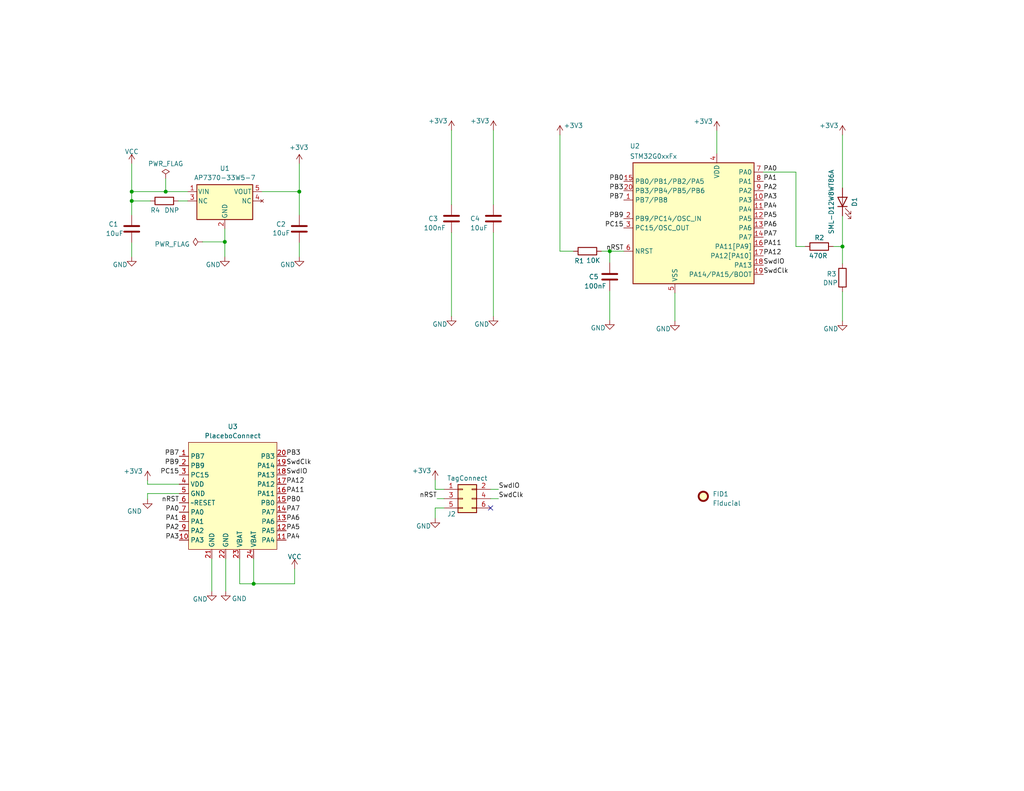
<source format=kicad_sch>
(kicad_sch (version 20221004) (generator eeschema)

  (uuid 7f979f90-d424-4c7c-b3a7-cb0d732d052f)

  (paper "USLetter")

  (title_block
    (title "Placebo")
    (date "2022-11-30")
    (rev "0x9")
    (company "vitaly.codes")
  )

  (lib_symbols
    (symbol "Connector_Generic:Conn_02x03_Odd_Even" (pin_names (offset 1.016) hide) (in_bom yes) (on_board yes)
      (property "Reference" "J" (at 1.27 5.08 0)
        (effects (font (size 1.27 1.27)))
      )
      (property "Value" "Conn_02x03_Odd_Even" (at 1.27 -5.08 0)
        (effects (font (size 1.27 1.27)))
      )
      (property "Footprint" "" (at 0 0 0)
        (effects (font (size 1.27 1.27)) hide)
      )
      (property "Datasheet" "~" (at 0 0 0)
        (effects (font (size 1.27 1.27)) hide)
      )
      (property "ki_keywords" "connector" (at 0 0 0)
        (effects (font (size 1.27 1.27)) hide)
      )
      (property "ki_description" "Generic connector, double row, 02x03, odd/even pin numbering scheme (row 1 odd numbers, row 2 even numbers), script generated (kicad-library-utils/schlib/autogen/connector/)" (at 0 0 0)
        (effects (font (size 1.27 1.27)) hide)
      )
      (property "ki_fp_filters" "Connector*:*_2x??_*" (at 0 0 0)
        (effects (font (size 1.27 1.27)) hide)
      )
      (symbol "Conn_02x03_Odd_Even_1_1"
        (rectangle (start -1.27 -2.413) (end 0 -2.667)
          (stroke (width 0.1524) (type default))
          (fill (type none))
        )
        (rectangle (start -1.27 0.127) (end 0 -0.127)
          (stroke (width 0.1524) (type default))
          (fill (type none))
        )
        (rectangle (start -1.27 2.667) (end 0 2.413)
          (stroke (width 0.1524) (type default))
          (fill (type none))
        )
        (rectangle (start -1.27 3.81) (end 3.81 -3.81)
          (stroke (width 0.254) (type default))
          (fill (type background))
        )
        (rectangle (start 3.81 -2.413) (end 2.54 -2.667)
          (stroke (width 0.1524) (type default))
          (fill (type none))
        )
        (rectangle (start 3.81 0.127) (end 2.54 -0.127)
          (stroke (width 0.1524) (type default))
          (fill (type none))
        )
        (rectangle (start 3.81 2.667) (end 2.54 2.413)
          (stroke (width 0.1524) (type default))
          (fill (type none))
        )
        (pin passive line (at -5.08 2.54 0) (length 3.81)
          (name "Pin_1" (effects (font (size 1.27 1.27))))
          (number "1" (effects (font (size 1.27 1.27))))
        )
        (pin passive line (at 7.62 2.54 180) (length 3.81)
          (name "Pin_2" (effects (font (size 1.27 1.27))))
          (number "2" (effects (font (size 1.27 1.27))))
        )
        (pin passive line (at -5.08 0 0) (length 3.81)
          (name "Pin_3" (effects (font (size 1.27 1.27))))
          (number "3" (effects (font (size 1.27 1.27))))
        )
        (pin passive line (at 7.62 0 180) (length 3.81)
          (name "Pin_4" (effects (font (size 1.27 1.27))))
          (number "4" (effects (font (size 1.27 1.27))))
        )
        (pin passive line (at -5.08 -2.54 0) (length 3.81)
          (name "Pin_5" (effects (font (size 1.27 1.27))))
          (number "5" (effects (font (size 1.27 1.27))))
        )
        (pin passive line (at 7.62 -2.54 180) (length 3.81)
          (name "Pin_6" (effects (font (size 1.27 1.27))))
          (number "6" (effects (font (size 1.27 1.27))))
        )
      )
    )
    (symbol "Device:C" (pin_numbers hide) (pin_names (offset 0.254)) (in_bom yes) (on_board yes)
      (property "Reference" "C" (at 0.635 2.54 0)
        (effects (font (size 1.27 1.27)) (justify left))
      )
      (property "Value" "C" (at 0.635 -2.54 0)
        (effects (font (size 1.27 1.27)) (justify left))
      )
      (property "Footprint" "" (at 0.9652 -3.81 0)
        (effects (font (size 1.27 1.27)) hide)
      )
      (property "Datasheet" "~" (at 0 0 0)
        (effects (font (size 1.27 1.27)) hide)
      )
      (property "ki_keywords" "cap capacitor" (at 0 0 0)
        (effects (font (size 1.27 1.27)) hide)
      )
      (property "ki_description" "Unpolarized capacitor" (at 0 0 0)
        (effects (font (size 1.27 1.27)) hide)
      )
      (property "ki_fp_filters" "C_*" (at 0 0 0)
        (effects (font (size 1.27 1.27)) hide)
      )
      (symbol "C_0_1"
        (polyline
          (pts
            (xy -2.032 -0.762)
            (xy 2.032 -0.762)
          )
          (stroke (width 0.508) (type default))
          (fill (type none))
        )
        (polyline
          (pts
            (xy -2.032 0.762)
            (xy 2.032 0.762)
          )
          (stroke (width 0.508) (type default))
          (fill (type none))
        )
      )
      (symbol "C_1_1"
        (pin passive line (at 0 3.81 270) (length 2.794)
          (name "~" (effects (font (size 1.27 1.27))))
          (number "1" (effects (font (size 1.27 1.27))))
        )
        (pin passive line (at 0 -3.81 90) (length 2.794)
          (name "~" (effects (font (size 1.27 1.27))))
          (number "2" (effects (font (size 1.27 1.27))))
        )
      )
    )
    (symbol "Device:LED" (pin_numbers hide) (pin_names (offset 1.016) hide) (in_bom yes) (on_board yes)
      (property "Reference" "D" (at 0 2.54 0)
        (effects (font (size 1.27 1.27)))
      )
      (property "Value" "LED" (at 0 -2.54 0)
        (effects (font (size 1.27 1.27)))
      )
      (property "Footprint" "" (at 0 0 0)
        (effects (font (size 1.27 1.27)) hide)
      )
      (property "Datasheet" "~" (at 0 0 0)
        (effects (font (size 1.27 1.27)) hide)
      )
      (property "ki_keywords" "LED diode" (at 0 0 0)
        (effects (font (size 1.27 1.27)) hide)
      )
      (property "ki_description" "Light emitting diode" (at 0 0 0)
        (effects (font (size 1.27 1.27)) hide)
      )
      (property "ki_fp_filters" "LED* LED_SMD:* LED_THT:*" (at 0 0 0)
        (effects (font (size 1.27 1.27)) hide)
      )
      (symbol "LED_0_1"
        (polyline
          (pts
            (xy -1.27 -1.27)
            (xy -1.27 1.27)
          )
          (stroke (width 0.254) (type default))
          (fill (type none))
        )
        (polyline
          (pts
            (xy -1.27 0)
            (xy 1.27 0)
          )
          (stroke (width 0) (type default))
          (fill (type none))
        )
        (polyline
          (pts
            (xy 1.27 -1.27)
            (xy 1.27 1.27)
            (xy -1.27 0)
            (xy 1.27 -1.27)
          )
          (stroke (width 0.254) (type default))
          (fill (type none))
        )
        (polyline
          (pts
            (xy -3.048 -0.762)
            (xy -4.572 -2.286)
            (xy -3.81 -2.286)
            (xy -4.572 -2.286)
            (xy -4.572 -1.524)
          )
          (stroke (width 0) (type default))
          (fill (type none))
        )
        (polyline
          (pts
            (xy -1.778 -0.762)
            (xy -3.302 -2.286)
            (xy -2.54 -2.286)
            (xy -3.302 -2.286)
            (xy -3.302 -1.524)
          )
          (stroke (width 0) (type default))
          (fill (type none))
        )
      )
      (symbol "LED_1_1"
        (pin passive line (at -3.81 0 0) (length 2.54)
          (name "K" (effects (font (size 1.27 1.27))))
          (number "1" (effects (font (size 1.27 1.27))))
        )
        (pin passive line (at 3.81 0 180) (length 2.54)
          (name "A" (effects (font (size 1.27 1.27))))
          (number "2" (effects (font (size 1.27 1.27))))
        )
      )
    )
    (symbol "Device:R" (pin_numbers hide) (pin_names (offset 0)) (in_bom yes) (on_board yes)
      (property "Reference" "R" (at 2.032 0 90)
        (effects (font (size 1.27 1.27)))
      )
      (property "Value" "R" (at 0 0 90)
        (effects (font (size 1.27 1.27)))
      )
      (property "Footprint" "" (at -1.778 0 90)
        (effects (font (size 1.27 1.27)) hide)
      )
      (property "Datasheet" "~" (at 0 0 0)
        (effects (font (size 1.27 1.27)) hide)
      )
      (property "ki_keywords" "R res resistor" (at 0 0 0)
        (effects (font (size 1.27 1.27)) hide)
      )
      (property "ki_description" "Resistor" (at 0 0 0)
        (effects (font (size 1.27 1.27)) hide)
      )
      (property "ki_fp_filters" "R_*" (at 0 0 0)
        (effects (font (size 1.27 1.27)) hide)
      )
      (symbol "R_0_1"
        (rectangle (start -1.016 -2.54) (end 1.016 2.54)
          (stroke (width 0.254) (type default))
          (fill (type none))
        )
      )
      (symbol "R_1_1"
        (pin passive line (at 0 3.81 270) (length 1.27)
          (name "~" (effects (font (size 1.27 1.27))))
          (number "1" (effects (font (size 1.27 1.27))))
        )
        (pin passive line (at 0 -3.81 90) (length 1.27)
          (name "~" (effects (font (size 1.27 1.27))))
          (number "2" (effects (font (size 1.27 1.27))))
        )
      )
    )
    (symbol "Mechanical:Fiducial" (in_bom yes) (on_board yes)
      (property "Reference" "FID" (at 0 5.08 0)
        (effects (font (size 1.27 1.27)))
      )
      (property "Value" "Fiducial" (at 0 3.175 0)
        (effects (font (size 1.27 1.27)))
      )
      (property "Footprint" "" (at 0 0 0)
        (effects (font (size 1.27 1.27)) hide)
      )
      (property "Datasheet" "~" (at 0 0 0)
        (effects (font (size 1.27 1.27)) hide)
      )
      (property "ki_keywords" "fiducial marker" (at 0 0 0)
        (effects (font (size 1.27 1.27)) hide)
      )
      (property "ki_description" "Fiducial Marker" (at 0 0 0)
        (effects (font (size 1.27 1.27)) hide)
      )
      (property "ki_fp_filters" "Fiducial*" (at 0 0 0)
        (effects (font (size 1.27 1.27)) hide)
      )
      (symbol "Fiducial_0_1"
        (circle (center 0 0) (radius 1.27)
          (stroke (width 0.508) (type default))
          (fill (type background))
        )
      )
    )
    (symbol "Placebo:AP7370-33W5-7" (pin_names (offset 0.254)) (in_bom yes) (on_board yes)
      (property "Reference" "U1" (at 0 8.89 0)
        (effects (font (size 1.27 1.27)))
      )
      (property "Value" "AP7370-33W5-7" (at 0 6.35 0)
        (effects (font (size 1.27 1.27)))
      )
      (property "Footprint" "Package_TO_SOT_SMD:TSOT-23-5_HandSoldering" (at 0 8.89 0)
        (effects (font (size 1.27 1.27) italic) hide)
      )
      (property "Datasheet" "https://www.mouser.com/datasheet/2/115/AP7370-1605740.pdf" (at -2.54 11.43 0)
        (effects (font (size 1.27 1.27)) hide)
      )
      (property "ki_keywords" "300mA LDO Regulator Fixed Positive" (at 0 0 0)
        (effects (font (size 1.27 1.27)) hide)
      )
      (property "ki_description" "300mA Low Dropout Voltage Regulator, Fixed Output 3.3V" (at 0 0 0)
        (effects (font (size 1.27 1.27)) hide)
      )
      (property "ki_fp_filters" "*SC?70*" (at 0 0 0)
        (effects (font (size 1.27 1.27)) hide)
      )
      (symbol "AP7370-33W5-7_0_1"
        (rectangle (start -7.62 4.445) (end 7.62 -5.08)
          (stroke (width 0.254) (type default))
          (fill (type background))
        )
      )
      (symbol "AP7370-33W5-7_1_1"
        (pin power_in line (at -10.16 2.54 0) (length 2.54)
          (name "VIN" (effects (font (size 1.27 1.27))))
          (number "1" (effects (font (size 1.27 1.27))))
        )
        (pin power_in line (at 0 -7.62 90) (length 2.54)
          (name "GND" (effects (font (size 1.27 1.27))))
          (number "2" (effects (font (size 1.27 1.27))))
        )
        (pin free line (at -10.16 0 0) (length 2.54)
          (name "NC" (effects (font (size 1.27 1.27))))
          (number "3" (effects (font (size 1.27 1.27))))
        )
        (pin no_connect line (at 10.16 0 180) (length 2.54)
          (name "NC" (effects (font (size 1.27 1.27))))
          (number "4" (effects (font (size 1.27 1.27))))
        )
        (pin power_out line (at 10.16 2.54 180) (length 2.54)
          (name "VOUT" (effects (font (size 1.27 1.27))))
          (number "5" (effects (font (size 1.27 1.27))))
        )
      )
    )
    (symbol "Placebo:PlaceboConnect" (in_bom yes) (on_board yes)
      (property "Reference" "U" (at 0 15.24 0)
        (effects (font (size 1.27 1.27)))
      )
      (property "Value" "PlaceboConnect" (at 0 17.78 0)
        (effects (font (size 1.27 1.27)))
      )
      (property "Footprint" "placebo:PlaceboConnect" (at 0 -40.64 0)
        (effects (font (size 1.27 1.27)) hide)
      )
      (property "Datasheet" "https://vitaly.codes/placebo" (at 1.27 -36.83 0)
        (effects (font (size 1.27 1.27)) hide)
      )
      (symbol "PlaceboConnect_0_0"
        (pin bidirectional line (at -13.97 10.16 0) (length 2.54)
          (name "PB7" (effects (font (size 1.27 1.27))))
          (number "1" (effects (font (size 1.27 1.27))))
        )
        (pin bidirectional line (at -13.97 -12.7 0) (length 2.54)
          (name "PA3" (effects (font (size 1.27 1.27))))
          (number "10" (effects (font (size 1.27 1.27))))
        )
        (pin bidirectional line (at 15.24 -12.7 180) (length 2.54)
          (name "PA4" (effects (font (size 1.27 1.27))))
          (number "11" (effects (font (size 1.27 1.27))))
        )
        (pin bidirectional line (at 15.24 -10.16 180) (length 2.54)
          (name "PA5" (effects (font (size 1.27 1.27))))
          (number "12" (effects (font (size 1.27 1.27))))
        )
        (pin bidirectional line (at 15.24 -7.62 180) (length 2.54)
          (name "PA6" (effects (font (size 1.27 1.27))))
          (number "13" (effects (font (size 1.27 1.27))))
        )
        (pin bidirectional line (at 15.24 -5.08 180) (length 2.54)
          (name "PA7" (effects (font (size 1.27 1.27))))
          (number "14" (effects (font (size 1.27 1.27))))
        )
        (pin bidirectional line (at 15.24 -2.54 180) (length 2.54)
          (name "PB0" (effects (font (size 1.27 1.27))))
          (number "15" (effects (font (size 1.27 1.27))))
        )
        (pin bidirectional line (at 15.24 0 180) (length 2.54)
          (name "PA11" (effects (font (size 1.27 1.27))))
          (number "16" (effects (font (size 1.27 1.27))))
        )
        (pin bidirectional line (at 15.24 2.54 180) (length 2.54)
          (name "PA12" (effects (font (size 1.27 1.27))))
          (number "17" (effects (font (size 1.27 1.27))))
        )
        (pin bidirectional line (at 15.24 5.08 180) (length 2.54)
          (name "PA13" (effects (font (size 1.27 1.27))))
          (number "18" (effects (font (size 1.27 1.27))))
        )
        (pin bidirectional line (at 15.24 7.62 180) (length 2.54)
          (name "PA14" (effects (font (size 1.27 1.27))))
          (number "19" (effects (font (size 1.27 1.27))))
        )
        (pin bidirectional line (at -13.97 7.62 0) (length 2.54)
          (name "PB9" (effects (font (size 1.27 1.27))))
          (number "2" (effects (font (size 1.27 1.27))))
        )
        (pin bidirectional line (at 15.24 10.16 180) (length 2.54)
          (name "PB3" (effects (font (size 1.27 1.27))))
          (number "20" (effects (font (size 1.27 1.27))))
        )
        (pin power_in line (at -5.08 -17.78 90) (length 2.54)
          (name "GND" (effects (font (size 1.27 1.27))))
          (number "21" (effects (font (size 1.27 1.27))))
        )
        (pin power_in line (at -1.27 -17.78 90) (length 2.54)
          (name "GND" (effects (font (size 1.27 1.27))))
          (number "22" (effects (font (size 1.27 1.27))))
        )
        (pin power_in line (at 2.54 -17.78 90) (length 2.54)
          (name "VBAT" (effects (font (size 1.27 1.27))))
          (number "23" (effects (font (size 1.27 1.27))))
        )
        (pin power_in line (at 6.35 -17.78 90) (length 2.54)
          (name "VBAT" (effects (font (size 1.27 1.27))))
          (number "24" (effects (font (size 1.27 1.27))))
        )
        (pin bidirectional line (at -13.97 5.08 0) (length 2.54)
          (name "PC15" (effects (font (size 1.27 1.27))))
          (number "3" (effects (font (size 1.27 1.27))))
        )
        (pin power_in line (at -13.97 2.54 0) (length 2.54)
          (name "VDD" (effects (font (size 1.27 1.27))))
          (number "4" (effects (font (size 1.27 1.27))))
        )
        (pin power_in line (at -13.97 0 0) (length 2.54)
          (name "GND" (effects (font (size 1.27 1.27))))
          (number "5" (effects (font (size 1.27 1.27))))
        )
        (pin input line (at -13.97 -2.54 0) (length 2.54)
          (name "~RESET" (effects (font (size 1.27 1.27))))
          (number "6" (effects (font (size 1.27 1.27))))
        )
        (pin bidirectional line (at -13.97 -5.08 0) (length 2.54)
          (name "PA0" (effects (font (size 1.27 1.27))))
          (number "7" (effects (font (size 1.27 1.27))))
        )
        (pin bidirectional line (at -13.97 -7.62 0) (length 2.54)
          (name "PA1" (effects (font (size 1.27 1.27))))
          (number "8" (effects (font (size 1.27 1.27))))
        )
        (pin bidirectional line (at -13.97 -10.16 0) (length 2.54)
          (name "PA2" (effects (font (size 1.27 1.27))))
          (number "9" (effects (font (size 1.27 1.27))))
        )
      )
      (symbol "PlaceboConnect_0_1"
        (rectangle (start -11.43 13.97) (end 12.7 -15.24)
          (stroke (width 0) (type default))
          (fill (type background))
        )
      )
    )
    (symbol "Placebo:STM32G0xxFx" (in_bom yes) (on_board yes)
      (property "Reference" "U" (at -1.27 2.54 0)
        (effects (font (size 1.27 1.27)) (justify left))
      )
      (property "Value" "STM32G0xxFx" (at -19.05 17.78 0)
        (effects (font (size 1.27 1.27)) (justify left))
      )
      (property "Footprint" "Package_SO:TSSOP-20_4.4x6.5mm_P0.65mm" (at 17.78 27.94 0)
        (effects (font (size 1.27 1.27)) (justify right) hide)
      )
      (property "Datasheet" "https://www.st.com/resource/en/datasheet/stm32g030f6.pdf" (at 3.81 25.4 0)
        (effects (font (size 1.27 1.27)) hide)
      )
      (property "ki_keywords" "ARM Cortex-M0 STM32G0" (at 0 0 0)
        (effects (font (size 1.27 1.27)) hide)
      )
      (property "ki_description" "Arm® Cortex®-M0+ 32-bit MCU, up to 64 KB Flash, 8 KB RAM,\r 2x USART, timers, ADC, comm. I/Fs, 2.0-3.6V" (at 0 0 0)
        (effects (font (size 1.27 1.27)) hide)
      )
      (property "ki_fp_filters" "TSSOP*4.4x6.5mm*P0.65mm*" (at 0 0 0)
        (effects (font (size 1.27 1.27)) hide)
      )
      (symbol "STM32G0xxFx_0_1"
        (rectangle (start -22.86 15.24) (end 10.16 -17.78)
          (stroke (width 0.254) (type default))
          (fill (type background))
        )
      )
      (symbol "STM32G0xxFx_1_1"
        (pin bidirectional line (at -25.4 5.08 0) (length 2.54)
          (name "PB7/PB8" (effects (font (size 1.27 1.27))))
          (number "1" (effects (font (size 1.27 1.27))))
        )
        (pin bidirectional line (at 12.7 5.08 180) (length 2.54)
          (name "PA3" (effects (font (size 1.27 1.27))))
          (number "10" (effects (font (size 1.27 1.27))))
        )
        (pin bidirectional line (at 12.7 2.54 180) (length 2.54)
          (name "PA4" (effects (font (size 1.27 1.27))))
          (number "11" (effects (font (size 1.27 1.27))))
        )
        (pin bidirectional line (at 12.7 0 180) (length 2.54)
          (name "PA5" (effects (font (size 1.27 1.27))))
          (number "12" (effects (font (size 1.27 1.27))))
        )
        (pin bidirectional line (at 12.7 -2.54 180) (length 2.54)
          (name "PA6" (effects (font (size 1.27 1.27))))
          (number "13" (effects (font (size 1.27 1.27))))
        )
        (pin bidirectional line (at 12.7 -5.08 180) (length 2.54)
          (name "PA7" (effects (font (size 1.27 1.27))))
          (number "14" (effects (font (size 1.27 1.27))))
        )
        (pin bidirectional line (at -25.4 10.16 0) (length 2.54)
          (name "PB0/PB1/PB2/PA5" (effects (font (size 1.27 1.27))))
          (number "15" (effects (font (size 1.27 1.27))))
        )
        (pin bidirectional line (at 12.7 -7.62 180) (length 2.54)
          (name "PA11[PA9]" (effects (font (size 1.27 1.27))))
          (number "16" (effects (font (size 1.27 1.27))))
        )
        (pin bidirectional line (at 12.7 -10.16 180) (length 2.54)
          (name "PA12[PA10]" (effects (font (size 1.27 1.27))))
          (number "17" (effects (font (size 1.27 1.27))))
        )
        (pin bidirectional line (at 12.7 -12.7 180) (length 2.54)
          (name "PA13" (effects (font (size 1.27 1.27))))
          (number "18" (effects (font (size 1.27 1.27))))
        )
        (pin bidirectional line (at 12.7 -15.24 180) (length 2.54)
          (name "PA14/PA15/BOOT" (effects (font (size 1.27 1.27))))
          (number "19" (effects (font (size 1.27 1.27))))
        )
        (pin bidirectional line (at -25.4 0 0) (length 2.54)
          (name "PB9/PC14/OSC_IN" (effects (font (size 1.27 1.27))))
          (number "2" (effects (font (size 1.27 1.27))))
        )
        (pin bidirectional line (at -25.4 7.62 0) (length 2.54)
          (name "PB3/PB4/PB5/PB6" (effects (font (size 1.27 1.27))))
          (number "20" (effects (font (size 1.27 1.27))))
        )
        (pin bidirectional line (at -25.4 -2.54 0) (length 2.54)
          (name "PC15/OSC_OUT" (effects (font (size 1.27 1.27))))
          (number "3" (effects (font (size 1.27 1.27))))
        )
        (pin power_in line (at 0 17.78 270) (length 2.54)
          (name "VDD" (effects (font (size 1.27 1.27))))
          (number "4" (effects (font (size 1.27 1.27))))
        )
        (pin power_in line (at -11.43 -20.32 90) (length 2.54)
          (name "VSS" (effects (font (size 1.27 1.27))))
          (number "5" (effects (font (size 1.27 1.27))))
        )
        (pin bidirectional line (at -25.4 -8.89 0) (length 2.54)
          (name "NRST" (effects (font (size 1.27 1.27))))
          (number "6" (effects (font (size 1.27 1.27))))
        )
        (pin bidirectional line (at 12.7 12.7 180) (length 2.54)
          (name "PA0" (effects (font (size 1.27 1.27))))
          (number "7" (effects (font (size 1.27 1.27))))
        )
        (pin bidirectional line (at 12.7 10.16 180) (length 2.54)
          (name "PA1" (effects (font (size 1.27 1.27))))
          (number "8" (effects (font (size 1.27 1.27))))
        )
        (pin bidirectional line (at 12.7 7.62 180) (length 2.54)
          (name "PA2" (effects (font (size 1.27 1.27))))
          (number "9" (effects (font (size 1.27 1.27))))
        )
      )
    )
    (symbol "power:+3.3V" (power) (pin_names (offset 0)) (in_bom yes) (on_board yes)
      (property "Reference" "#PWR" (at 0 -3.81 0)
        (effects (font (size 1.27 1.27)) hide)
      )
      (property "Value" "+3.3V" (at 0 3.556 0)
        (effects (font (size 1.27 1.27)))
      )
      (property "Footprint" "" (at 0 0 0)
        (effects (font (size 1.27 1.27)) hide)
      )
      (property "Datasheet" "" (at 0 0 0)
        (effects (font (size 1.27 1.27)) hide)
      )
      (property "ki_keywords" "power-flag" (at 0 0 0)
        (effects (font (size 1.27 1.27)) hide)
      )
      (property "ki_description" "Power symbol creates a global label with name \"+3.3V\"" (at 0 0 0)
        (effects (font (size 1.27 1.27)) hide)
      )
      (symbol "+3.3V_0_1"
        (polyline
          (pts
            (xy -0.762 1.27)
            (xy 0 2.54)
          )
          (stroke (width 0) (type default))
          (fill (type none))
        )
        (polyline
          (pts
            (xy 0 0)
            (xy 0 2.54)
          )
          (stroke (width 0) (type default))
          (fill (type none))
        )
        (polyline
          (pts
            (xy 0 2.54)
            (xy 0.762 1.27)
          )
          (stroke (width 0) (type default))
          (fill (type none))
        )
      )
      (symbol "+3.3V_1_1"
        (pin power_in line (at 0 0 90) (length 0) hide
          (name "+3V3" (effects (font (size 1.27 1.27))))
          (number "1" (effects (font (size 1.27 1.27))))
        )
      )
    )
    (symbol "power:GND" (power) (pin_names (offset 0)) (in_bom yes) (on_board yes)
      (property "Reference" "#PWR" (at 0 -6.35 0)
        (effects (font (size 1.27 1.27)) hide)
      )
      (property "Value" "GND" (at 0 -3.81 0)
        (effects (font (size 1.27 1.27)))
      )
      (property "Footprint" "" (at 0 0 0)
        (effects (font (size 1.27 1.27)) hide)
      )
      (property "Datasheet" "" (at 0 0 0)
        (effects (font (size 1.27 1.27)) hide)
      )
      (property "ki_keywords" "power-flag" (at 0 0 0)
        (effects (font (size 1.27 1.27)) hide)
      )
      (property "ki_description" "Power symbol creates a global label with name \"GND\" , ground" (at 0 0 0)
        (effects (font (size 1.27 1.27)) hide)
      )
      (symbol "GND_0_1"
        (polyline
          (pts
            (xy 0 0)
            (xy 0 -1.27)
            (xy 1.27 -1.27)
            (xy 0 -2.54)
            (xy -1.27 -1.27)
            (xy 0 -1.27)
          )
          (stroke (width 0) (type default))
          (fill (type none))
        )
      )
      (symbol "GND_1_1"
        (pin power_in line (at 0 0 270) (length 0) hide
          (name "GND" (effects (font (size 1.27 1.27))))
          (number "1" (effects (font (size 1.27 1.27))))
        )
      )
    )
    (symbol "power:PWR_FLAG" (power) (pin_numbers hide) (pin_names (offset 0) hide) (in_bom yes) (on_board yes)
      (property "Reference" "#FLG" (at 0 1.905 0)
        (effects (font (size 1.27 1.27)) hide)
      )
      (property "Value" "PWR_FLAG" (at 0 3.81 0)
        (effects (font (size 1.27 1.27)))
      )
      (property "Footprint" "" (at 0 0 0)
        (effects (font (size 1.27 1.27)) hide)
      )
      (property "Datasheet" "~" (at 0 0 0)
        (effects (font (size 1.27 1.27)) hide)
      )
      (property "ki_keywords" "power-flag" (at 0 0 0)
        (effects (font (size 1.27 1.27)) hide)
      )
      (property "ki_description" "Special symbol for telling ERC where power comes from" (at 0 0 0)
        (effects (font (size 1.27 1.27)) hide)
      )
      (symbol "PWR_FLAG_0_0"
        (pin power_out line (at 0 0 90) (length 0)
          (name "pwr" (effects (font (size 1.27 1.27))))
          (number "1" (effects (font (size 1.27 1.27))))
        )
      )
      (symbol "PWR_FLAG_0_1"
        (polyline
          (pts
            (xy 0 0)
            (xy 0 1.27)
            (xy -1.016 1.905)
            (xy 0 2.54)
            (xy 1.016 1.905)
            (xy 0 1.27)
          )
          (stroke (width 0) (type default))
          (fill (type none))
        )
      )
    )
    (symbol "power:VCC" (power) (pin_names (offset 0)) (in_bom yes) (on_board yes)
      (property "Reference" "#PWR" (at 0 -3.81 0)
        (effects (font (size 1.27 1.27)) hide)
      )
      (property "Value" "VCC" (at 0 3.81 0)
        (effects (font (size 1.27 1.27)))
      )
      (property "Footprint" "" (at 0 0 0)
        (effects (font (size 1.27 1.27)) hide)
      )
      (property "Datasheet" "" (at 0 0 0)
        (effects (font (size 1.27 1.27)) hide)
      )
      (property "ki_keywords" "power-flag" (at 0 0 0)
        (effects (font (size 1.27 1.27)) hide)
      )
      (property "ki_description" "Power symbol creates a global label with name \"VCC\"" (at 0 0 0)
        (effects (font (size 1.27 1.27)) hide)
      )
      (symbol "VCC_0_1"
        (polyline
          (pts
            (xy -0.762 1.27)
            (xy 0 2.54)
          )
          (stroke (width 0) (type default))
          (fill (type none))
        )
        (polyline
          (pts
            (xy 0 0)
            (xy 0 2.54)
          )
          (stroke (width 0) (type default))
          (fill (type none))
        )
        (polyline
          (pts
            (xy 0 2.54)
            (xy 0.762 1.27)
          )
          (stroke (width 0) (type default))
          (fill (type none))
        )
      )
      (symbol "VCC_1_1"
        (pin power_in line (at 0 0 90) (length 0) hide
          (name "VCC" (effects (font (size 1.27 1.27))))
          (number "1" (effects (font (size 1.27 1.27))))
        )
      )
    )
  )

  (junction (at 35.941 54.864) (diameter 0) (color 0 0 0 0)
    (uuid 0c2208de-e987-437d-822b-0d272389dae1)
  )
  (junction (at 45.212 52.324) (diameter 0) (color 0 0 0 0)
    (uuid 1719392e-4ff9-4be5-82d2-7f25c22207bf)
  )
  (junction (at 166.37 68.58) (diameter 0.9144) (color 0 0 0 0)
    (uuid 44d8279a-9cd1-4db6-856f-0363131605fc)
  )
  (junction (at 81.661 52.324) (diameter 0) (color 0 0 0 0)
    (uuid 65a3e8f6-25de-4d3b-96f2-05b7b9232bc1)
  )
  (junction (at 69.215 159.385) (diameter 0) (color 0 0 0 0)
    (uuid ada78e05-6f96-4422-b181-8bc238b9ffe3)
  )
  (junction (at 229.87 67.31) (diameter 0) (color 0 0 0 0)
    (uuid c6065020-21db-4ed8-aaf2-ef349a616c8b)
  )
  (junction (at 61.341 66.04) (diameter 0) (color 0 0 0 0)
    (uuid ca1d3b96-47a8-4094-8c37-2468d6630efc)
  )
  (junction (at 35.941 52.324) (diameter 0) (color 0 0 0 0)
    (uuid ee528e9d-886a-47c4-a36d-844f949be50d)
  )

  (no_connect (at 133.858 138.684) (uuid 7e054494-98e6-48e3-b3b8-dbe524f1b4df))

  (wire (pts (xy 48.641 54.864) (xy 51.181 54.864))
    (stroke (width 0) (type default))
    (uuid 07989194-df8f-471c-8979-06b884f69e54)
  )
  (wire (pts (xy 118.745 141.478) (xy 118.745 138.684))
    (stroke (width 0) (type default))
    (uuid 171f86ec-ce3e-4cc4-9694-756aedc0cee7)
  )
  (wire (pts (xy 134.62 55.88) (xy 134.62 35.56))
    (stroke (width 0) (type default))
    (uuid 180e340d-de9a-450a-9b90-89c5d4c39685)
  )
  (wire (pts (xy 184.15 80.01) (xy 184.15 87.63))
    (stroke (width 0) (type solid))
    (uuid 18a4f97e-c35e-45e9-a770-0819d6e7a702)
  )
  (wire (pts (xy 123.19 86.36) (xy 123.19 63.5))
    (stroke (width 0) (type default))
    (uuid 19e5c4b8-0a70-4ec0-b37d-b8b1974c2808)
  )
  (wire (pts (xy 118.745 133.604) (xy 121.158 133.604))
    (stroke (width 0) (type default))
    (uuid 1c18247f-8208-49dc-8990-97444c6ea219)
  )
  (wire (pts (xy 81.661 70.104) (xy 81.661 66.294))
    (stroke (width 0) (type default))
    (uuid 1d744ca3-6ad4-4fee-97d0-96c1ed508d8f)
  )
  (wire (pts (xy 136.017 133.604) (xy 133.858 133.604))
    (stroke (width 0) (type default))
    (uuid 1da1a609-8490-470d-b3f1-373c1a7c9b8b)
  )
  (wire (pts (xy 229.87 36.83) (xy 229.87 51.308))
    (stroke (width 0) (type default))
    (uuid 20d9447d-a650-4b7e-b720-dd46c18ac64a)
  )
  (wire (pts (xy 40.259 136.271) (xy 40.259 134.747))
    (stroke (width 0) (type default))
    (uuid 23b2a4f6-5b85-4419-8482-4c8e204f882c)
  )
  (wire (pts (xy 166.37 68.58) (xy 166.37 71.755))
    (stroke (width 0) (type solid))
    (uuid 3d6011df-1baf-4703-b0f2-c59e6e852a52)
  )
  (wire (pts (xy 61.341 62.484) (xy 61.341 66.04))
    (stroke (width 0) (type default))
    (uuid 43049ef1-69b4-499e-aab3-3716533ba540)
  )
  (wire (pts (xy 35.941 52.324) (xy 35.941 54.864))
    (stroke (width 0) (type default))
    (uuid 4446a63e-0d85-4983-adb8-ac6771ae5524)
  )
  (wire (pts (xy 217.17 67.31) (xy 217.17 46.99))
    (stroke (width 0) (type default))
    (uuid 4b50e84f-2e62-4242-b0d4-84189a415c00)
  )
  (wire (pts (xy 134.62 86.36) (xy 134.62 63.5))
    (stroke (width 0) (type default))
    (uuid 510328fa-2eca-4c32-9ff4-0dd02ce5e7ba)
  )
  (wire (pts (xy 80.391 155.321) (xy 80.391 159.385))
    (stroke (width 0) (type default))
    (uuid 549ccaad-b63f-407b-b52b-fc1e554d11af)
  )
  (wire (pts (xy 166.37 79.375) (xy 166.37 87.376))
    (stroke (width 0) (type default))
    (uuid 551a54cb-5b41-45bb-b1ba-b9ce9f87fe4e)
  )
  (wire (pts (xy 61.341 66.04) (xy 61.341 70.104))
    (stroke (width 0) (type default))
    (uuid 5627f3d2-b90d-417d-bbc7-4fa96923e576)
  )
  (wire (pts (xy 195.58 35.687) (xy 195.58 41.91))
    (stroke (width 0) (type default))
    (uuid 586625dc-d0b0-442a-a9d8-acbba8037a3b)
  )
  (wire (pts (xy 227.33 67.31) (xy 229.87 67.31))
    (stroke (width 0) (type default))
    (uuid 66a4163b-308b-4538-be0f-85a1cf3871b5)
  )
  (wire (pts (xy 40.259 132.207) (xy 48.895 132.207))
    (stroke (width 0) (type default))
    (uuid 67933913-cae0-4915-ad32-215b73a05cfa)
  )
  (wire (pts (xy 35.941 44.704) (xy 35.941 52.324))
    (stroke (width 0) (type default))
    (uuid 6d909c01-049e-4bef-a6fb-50326ce8a39c)
  )
  (wire (pts (xy 45.212 52.324) (xy 51.181 52.324))
    (stroke (width 0) (type solid))
    (uuid 74d28e26-8bd2-4fdf-81a7-4fb41d7a2336)
  )
  (wire (pts (xy 35.941 52.324) (xy 45.212 52.324))
    (stroke (width 0) (type solid))
    (uuid 7f08950f-fc86-4236-bf39-c14fde4bce1f)
  )
  (wire (pts (xy 152.781 68.58) (xy 156.464 68.58))
    (stroke (width 0) (type default))
    (uuid 8554eb45-e710-4eb1-8992-c63713937bca)
  )
  (wire (pts (xy 229.87 58.928) (xy 229.87 67.31))
    (stroke (width 0) (type default))
    (uuid 864275c1-faf0-43cb-9a71-d91374c8944f)
  )
  (wire (pts (xy 69.215 152.527) (xy 69.215 159.385))
    (stroke (width 0) (type default))
    (uuid 8b1c25a3-4694-4f12-a899-5a1b0659bee0)
  )
  (wire (pts (xy 118.745 138.684) (xy 121.158 138.684))
    (stroke (width 0) (type default))
    (uuid 9abed5e7-c8f1-4cdd-9cf6-5be854340532)
  )
  (wire (pts (xy 164.084 68.58) (xy 166.37 68.58))
    (stroke (width 0) (type solid))
    (uuid 9d56b4c9-657a-46dd-abd5-e76831012a10)
  )
  (wire (pts (xy 166.37 68.58) (xy 170.18 68.58))
    (stroke (width 0) (type solid))
    (uuid 9d56b4c9-657a-46dd-abd5-e76831012a11)
  )
  (wire (pts (xy 40.259 131.191) (xy 40.259 132.207))
    (stroke (width 0) (type default))
    (uuid a885fd01-4adc-4402-ac7f-d8e85c9b7597)
  )
  (wire (pts (xy 71.501 52.324) (xy 81.661 52.324))
    (stroke (width 0) (type default))
    (uuid a95c7ae8-40ca-4dfd-83ac-74e28f119823)
  )
  (wire (pts (xy 35.941 54.864) (xy 35.941 58.674))
    (stroke (width 0) (type default))
    (uuid aa080920-5821-4d1e-86a0-52808765e6e6)
  )
  (wire (pts (xy 61.595 152.527) (xy 61.595 161.417))
    (stroke (width 0) (type default))
    (uuid ad1ea2e6-8f38-47a1-9e9c-d2f6b72d0e57)
  )
  (wire (pts (xy 219.71 67.31) (xy 217.17 67.31))
    (stroke (width 0) (type default))
    (uuid ae1e6ad4-f6bc-4939-9075-cac048073c34)
  )
  (wire (pts (xy 152.781 36.83) (xy 152.781 68.58))
    (stroke (width 0) (type default))
    (uuid b6f09bac-1e26-4e67-9ded-d97e515cdf5f)
  )
  (wire (pts (xy 45.212 48.768) (xy 45.212 52.324))
    (stroke (width 0) (type default))
    (uuid bfa93042-4a94-417d-b9db-61e78337771c)
  )
  (wire (pts (xy 40.259 134.747) (xy 48.895 134.747))
    (stroke (width 0) (type default))
    (uuid c146a355-bebc-4b07-9456-e785a49f70e6)
  )
  (wire (pts (xy 81.661 44.704) (xy 81.661 52.324))
    (stroke (width 0) (type solid))
    (uuid c21db155-00db-4969-a6d0-fee615996bfc)
  )
  (wire (pts (xy 229.87 67.31) (xy 229.87 72.009))
    (stroke (width 0) (type default))
    (uuid c60b2ae0-1a36-4780-9fc2-89b59cd7145e)
  )
  (wire (pts (xy 136.017 136.144) (xy 133.858 136.144))
    (stroke (width 0) (type default))
    (uuid c7d4f1d1-318d-4e35-95ca-6963555d5510)
  )
  (wire (pts (xy 123.19 35.56) (xy 123.19 55.88))
    (stroke (width 0) (type default))
    (uuid c7e0e20d-2f58-4249-ae50-6b70bca96147)
  )
  (wire (pts (xy 119.253 136.144) (xy 121.158 136.144))
    (stroke (width 0) (type default))
    (uuid c887e202-1629-4b02-8707-49bd460e265e)
  )
  (wire (pts (xy 65.405 159.385) (xy 65.405 152.527))
    (stroke (width 0) (type default))
    (uuid cecb19a4-7bc0-4388-9106-0bfd01ce32b5)
  )
  (wire (pts (xy 57.785 152.527) (xy 57.785 161.417))
    (stroke (width 0) (type default))
    (uuid de93c9c8-207b-4dc8-9b70-fff43bd6ba44)
  )
  (wire (pts (xy 55.245 66.04) (xy 61.341 66.04))
    (stroke (width 0) (type default))
    (uuid df2c59d0-ed66-4df4-ace8-9dd605680601)
  )
  (wire (pts (xy 35.941 54.864) (xy 41.021 54.864))
    (stroke (width 0) (type default))
    (uuid e3c697aa-1a8b-4704-a70e-9b37444d0d21)
  )
  (wire (pts (xy 217.17 46.99) (xy 208.28 46.99))
    (stroke (width 0) (type default))
    (uuid e563c5a9-bf84-4b70-8f17-863bed73e567)
  )
  (wire (pts (xy 118.745 131.064) (xy 118.745 133.604))
    (stroke (width 0) (type default))
    (uuid e6c58076-90a6-43ed-a1ad-da74ef9dc9cf)
  )
  (wire (pts (xy 81.661 52.324) (xy 81.661 58.674))
    (stroke (width 0) (type default))
    (uuid ec3d72d7-cc14-460b-b078-86a0e108d36e)
  )
  (wire (pts (xy 229.87 79.629) (xy 229.87 87.63))
    (stroke (width 0) (type default))
    (uuid f1c1530d-8eba-4d7c-b450-81e30dcfb848)
  )
  (wire (pts (xy 35.941 70.104) (xy 35.941 66.294))
    (stroke (width 0) (type default))
    (uuid f5449e8c-4315-4420-a600-1e1ddab4ccba)
  )
  (wire (pts (xy 69.215 159.385) (xy 65.405 159.385))
    (stroke (width 0) (type default))
    (uuid f8ee29b0-b8cc-4462-b49a-f314ee06c0cc)
  )
  (wire (pts (xy 69.215 159.385) (xy 80.391 159.385))
    (stroke (width 0) (type default))
    (uuid fdf72b8c-b40d-47b2-97eb-da2b5d45c80b)
  )

  (label "PC15" (at 170.18 62.23 180) (fields_autoplaced)
    (effects (font (size 1.27 1.27)) (justify right bottom))
    (uuid 0930c737-25a6-4d5f-80df-072ede94c012)
  )
  (label "PA1" (at 48.895 142.367 180) (fields_autoplaced)
    (effects (font (size 1.27 1.27)) (justify right bottom))
    (uuid 0fe28e05-ae14-497b-bd2f-d9a25fa997ca)
  )
  (label "PA0" (at 48.895 139.827 180) (fields_autoplaced)
    (effects (font (size 1.27 1.27)) (justify right bottom))
    (uuid 13d87b62-4ad4-417f-b93c-adfd791b79e4)
  )
  (label "SwdIO" (at 136.017 133.604 0) (fields_autoplaced)
    (effects (font (size 1.27 1.27)) (justify left bottom))
    (uuid 17cb944e-d66b-4bd8-b062-67d09b058f45)
  )
  (label "PC15" (at 48.895 129.667 180) (fields_autoplaced)
    (effects (font (size 1.27 1.27)) (justify right bottom))
    (uuid 1a3652f8-b6b9-4009-8078-c341d85730e9)
  )
  (label "nRST" (at 170.18 68.58 180) (fields_autoplaced)
    (effects (font (size 1.27 1.27)) (justify right bottom))
    (uuid 20f1addb-bfc2-4b56-b59b-e4f963653bbc)
  )
  (label "PA6" (at 208.28 62.23 0) (fields_autoplaced)
    (effects (font (size 1.27 1.27)) (justify left bottom))
    (uuid 2260a051-7e16-44a7-a0ac-03a40735c692)
  )
  (label "PB7" (at 170.18 54.61 180) (fields_autoplaced)
    (effects (font (size 1.27 1.27)) (justify right bottom))
    (uuid 33715c4e-6a03-4e86-8425-fc2c0fdd768e)
  )
  (label "PA5" (at 208.28 59.69 0) (fields_autoplaced)
    (effects (font (size 1.27 1.27)) (justify left bottom))
    (uuid 3a1d753d-9ba5-4d20-994d-887ec8cd96c6)
  )
  (label "PA12" (at 208.28 69.85 0) (fields_autoplaced)
    (effects (font (size 1.27 1.27)) (justify left bottom))
    (uuid 3bdc11cc-aa80-43d3-ad27-ee203f96d9ab)
  )
  (label "PB0" (at 78.105 137.287 0) (fields_autoplaced)
    (effects (font (size 1.27 1.27)) (justify left bottom))
    (uuid 3d07ba2a-e6b3-4457-bf76-03575f84f9bf)
  )
  (label "PB9" (at 48.895 127.127 180) (fields_autoplaced)
    (effects (font (size 1.27 1.27)) (justify right bottom))
    (uuid 44c73c90-38e8-474c-9878-1f4a50120d8a)
  )
  (label "PA2" (at 208.28 52.07 0) (fields_autoplaced)
    (effects (font (size 1.27 1.27)) (justify left bottom))
    (uuid 4a6b6c35-5b8e-403d-b56e-fbd68b0588e1)
  )
  (label "nRST" (at 48.895 137.287 180) (fields_autoplaced)
    (effects (font (size 1.27 1.27)) (justify right bottom))
    (uuid 5444d962-c6a4-4c72-a3cd-a11632fe5bb3)
  )
  (label "SwdClk" (at 208.28 74.93 0) (fields_autoplaced)
    (effects (font (size 1.27 1.27)) (justify left bottom))
    (uuid 5e5e733f-d892-4332-b812-d5db854cb608)
  )
  (label "PB3" (at 78.105 124.587 0) (fields_autoplaced)
    (effects (font (size 1.27 1.27)) (justify left bottom))
    (uuid 9a3d17c6-529b-4197-b87b-f818b4c04177)
  )
  (label "PB7" (at 48.895 124.587 180) (fields_autoplaced)
    (effects (font (size 1.27 1.27)) (justify right bottom))
    (uuid 9b9338cd-a220-479c-9901-72e14508ef73)
  )
  (label "SwdClk" (at 78.105 127.127 0) (fields_autoplaced)
    (effects (font (size 1.27 1.27)) (justify left bottom))
    (uuid 9c3e110e-6997-4f68-b46f-3aecd641a777)
  )
  (label "PB9" (at 170.18 59.69 180) (fields_autoplaced)
    (effects (font (size 1.27 1.27)) (justify right bottom))
    (uuid af161e7b-4893-4cc1-8dcb-676a592a741a)
  )
  (label "PA7" (at 78.105 139.827 0) (fields_autoplaced)
    (effects (font (size 1.27 1.27)) (justify left bottom))
    (uuid b0ceef07-f79e-4c09-9800-b7f56d486fa0)
  )
  (label "PA0" (at 208.28 46.99 0) (fields_autoplaced)
    (effects (font (size 1.27 1.27)) (justify left bottom))
    (uuid b8af87ea-932c-4856-b2ea-a5881f7f3f6a)
  )
  (label "PA11" (at 208.28 67.31 0) (fields_autoplaced)
    (effects (font (size 1.27 1.27)) (justify left bottom))
    (uuid bcef0806-a115-47d8-9b84-19a4f71b031a)
  )
  (label "PA7" (at 208.28 64.77 0) (fields_autoplaced)
    (effects (font (size 1.27 1.27)) (justify left bottom))
    (uuid be36919c-4113-4ca4-82e5-3cb738d7689e)
  )
  (label "SwdIO" (at 78.105 129.667 0) (fields_autoplaced)
    (effects (font (size 1.27 1.27)) (justify left bottom))
    (uuid c0166186-dfac-4f56-bfaa-51dc75d3343d)
  )
  (label "PA11" (at 78.105 134.747 0) (fields_autoplaced)
    (effects (font (size 1.27 1.27)) (justify left bottom))
    (uuid c5fc51cf-f5c4-499a-a6de-6b5b6c925999)
  )
  (label "PA3" (at 48.895 147.447 180) (fields_autoplaced)
    (effects (font (size 1.27 1.27)) (justify right bottom))
    (uuid c92eb12d-2621-49a2-bf0a-90431431e543)
  )
  (label "PA2" (at 48.895 144.907 180) (fields_autoplaced)
    (effects (font (size 1.27 1.27)) (justify right bottom))
    (uuid c93fce51-7817-4054-b5bc-1f4e63e50272)
  )
  (label "PB3" (at 170.18 52.07 180) (fields_autoplaced)
    (effects (font (size 1.27 1.27)) (justify right bottom))
    (uuid cd086b22-de16-4d46-b86b-ea4c2de00300)
  )
  (label "SwdIO" (at 208.28 72.39 0) (fields_autoplaced)
    (effects (font (size 1.27 1.27)) (justify left bottom))
    (uuid d08ac1b6-5c8c-476e-8828-caf2a8ed2669)
  )
  (label "PB0" (at 170.18 49.53 180) (fields_autoplaced)
    (effects (font (size 1.27 1.27)) (justify right bottom))
    (uuid d5cfbd14-1667-4a56-8c44-be3974a5e70e)
  )
  (label "PA6" (at 78.105 142.367 0) (fields_autoplaced)
    (effects (font (size 1.27 1.27)) (justify left bottom))
    (uuid d6f324a8-5c67-4d4b-89df-df1ee1eea6b3)
  )
  (label "nRST" (at 119.253 136.144 180) (fields_autoplaced)
    (effects (font (size 1.27 1.27)) (justify right bottom))
    (uuid da897299-f119-4a72-8ccc-c637852bb6cc)
  )
  (label "PA12" (at 78.105 132.207 0) (fields_autoplaced)
    (effects (font (size 1.27 1.27)) (justify left bottom))
    (uuid e5f8e4fe-5073-49e5-ae34-0e75b8ddad84)
  )
  (label "SwdClk" (at 136.017 136.144 0) (fields_autoplaced)
    (effects (font (size 1.27 1.27)) (justify left bottom))
    (uuid ebfff3e7-0872-419a-a597-a36690c78f0f)
  )
  (label "PA4" (at 78.105 147.447 0) (fields_autoplaced)
    (effects (font (size 1.27 1.27)) (justify left bottom))
    (uuid f27eafd9-81da-49bc-b611-d5634401665b)
  )
  (label "PA1" (at 208.28 49.53 0) (fields_autoplaced)
    (effects (font (size 1.27 1.27)) (justify left bottom))
    (uuid f6838fd0-45de-4d8a-adcc-e0a739f15ca4)
  )
  (label "PA4" (at 208.28 57.15 0) (fields_autoplaced)
    (effects (font (size 1.27 1.27)) (justify left bottom))
    (uuid f8b894a0-a31b-4edf-81e7-4347520c2676)
  )
  (label "PA3" (at 208.28 54.61 0) (fields_autoplaced)
    (effects (font (size 1.27 1.27)) (justify left bottom))
    (uuid fbb33113-ab8b-4c66-98c1-ff53bd86c163)
  )
  (label "PA5" (at 78.105 144.907 0) (fields_autoplaced)
    (effects (font (size 1.27 1.27)) (justify left bottom))
    (uuid fe7ec060-0090-4a67-a379-b8c2a18e5f31)
  )

  (symbol (lib_id "Mechanical:Fiducial") (at 191.897 135.509 0) (unit 1)
    (in_bom yes) (on_board yes) (dnp no) (fields_autoplaced)
    (uuid 003076aa-50a2-448f-9bf2-be06998c0f82)
    (property "Reference" "FID1" (at 194.437 134.874 0)
      (effects (font (size 1.27 1.27)) (justify left))
    )
    (property "Value" "Fiducial" (at 194.437 137.414 0)
      (effects (font (size 1.27 1.27)) (justify left))
    )
    (property "Footprint" "Fiducial:Fiducial_0.5mm_Mask1.5mm" (at 191.897 135.509 0)
      (effects (font (size 1.27 1.27)) hide)
    )
    (property "Datasheet" "~" (at 191.897 135.509 0)
      (effects (font (size 1.27 1.27)) hide)
    )
    (instances
      (project "placebo"
        (path "/7f979f90-d424-4c7c-b3a7-cb0d732d052f"
          (reference "FID1") (unit 1) (value "Fiducial") (footprint "Fiducial:Fiducial_0.5mm_Mask1.5mm")
        )
      )
    )
  )

  (symbol (lib_id "power:VCC") (at 35.941 44.704 0) (unit 1)
    (in_bom yes) (on_board yes) (dnp no) (fields_autoplaced)
    (uuid 01376a71-1307-4186-8bef-150780ca079a)
    (property "Reference" "#PWR02" (at 35.941 48.514 0)
      (effects (font (size 1.27 1.27)) hide)
    )
    (property "Value" "VCC" (at 35.941 41.402 0)
      (effects (font (size 1.27 1.27)))
    )
    (property "Footprint" "" (at 35.941 44.704 0)
      (effects (font (size 1.27 1.27)) hide)
    )
    (property "Datasheet" "" (at 35.941 44.704 0)
      (effects (font (size 1.27 1.27)) hide)
    )
    (pin "1" (uuid 9b60b007-6fd0-4985-8a49-97f200f4e8ae))
    (instances
      (project "placebo"
        (path "/7f979f90-d424-4c7c-b3a7-cb0d732d052f"
          (reference "#PWR02") (unit 1) (value "VCC") (footprint "")
        )
      )
    )
  )

  (symbol (lib_id "power:PWR_FLAG") (at 55.245 66.04 90) (unit 1)
    (in_bom yes) (on_board yes) (dnp no) (fields_autoplaced)
    (uuid 020ab2cc-80ea-47bf-be7c-9b5e17dcc9c6)
    (property "Reference" "#FLG02" (at 53.34 66.04 0)
      (effects (font (size 1.27 1.27)) hide)
    )
    (property "Value" "PWR_FLAG" (at 51.816 66.675 90)
      (effects (font (size 1.27 1.27)) (justify left))
    )
    (property "Footprint" "" (at 55.245 66.04 0)
      (effects (font (size 1.27 1.27)) hide)
    )
    (property "Datasheet" "~" (at 55.245 66.04 0)
      (effects (font (size 1.27 1.27)) hide)
    )
    (pin "1" (uuid 987d9979-614f-45d3-9cd7-2430a534522a))
    (instances
      (project "placebo"
        (path "/7f979f90-d424-4c7c-b3a7-cb0d732d052f"
          (reference "#FLG02") (unit 1) (value "PWR_FLAG") (footprint "")
        )
      )
    )
  )

  (symbol (lib_id "power:+3.3V") (at 81.661 44.704 0) (mirror y) (unit 1)
    (in_bom yes) (on_board yes) (dnp no)
    (uuid 094a2a98-28f6-4830-a7f2-02fcf6ed31ae)
    (property "Reference" "#PWR01" (at 81.661 48.514 0)
      (effects (font (size 1.27 1.27)) hide)
    )
    (property "Value" "+3.3V" (at 84.2011 40.259 0)
      (effects (font (size 1.27 1.27)) (justify left))
    )
    (property "Footprint" "" (at 81.661 44.704 0)
      (effects (font (size 1.27 1.27)) hide)
    )
    (property "Datasheet" "" (at 81.661 44.704 0)
      (effects (font (size 1.27 1.27)) hide)
    )
    (pin "1" (uuid 593080b3-0d4e-44d7-b5fe-9b39a5407805))
    (instances
      (project "placebo"
        (path "/7f979f90-d424-4c7c-b3a7-cb0d732d052f"
          (reference "#PWR01") (unit 1) (value "+3.3V") (footprint "")
        )
      )
    )
  )

  (symbol (lib_id "power:+3.3V") (at 195.58 35.687 0) (unit 1)
    (in_bom yes) (on_board yes) (dnp no)
    (uuid 0df1479d-c830-488b-a761-24bf97199ffc)
    (property "Reference" "#PWR06" (at 195.58 39.497 0)
      (effects (font (size 1.27 1.27)) hide)
    )
    (property "Value" "+3.3V" (at 189.2299 33.147 0)
      (effects (font (size 1.27 1.27)) (justify left))
    )
    (property "Footprint" "" (at 195.58 35.687 0)
      (effects (font (size 1.27 1.27)) hide)
    )
    (property "Datasheet" "" (at 195.58 35.687 0)
      (effects (font (size 1.27 1.27)) hide)
    )
    (pin "1" (uuid d8ff8374-4505-445e-94ef-9ca0a3ae24d7))
    (instances
      (project "placebo"
        (path "/7f979f90-d424-4c7c-b3a7-cb0d732d052f"
          (reference "#PWR06") (unit 1) (value "+3.3V") (footprint "")
        )
      )
    )
  )

  (symbol (lib_id "Device:C") (at 35.941 62.484 0) (unit 1)
    (in_bom yes) (on_board yes) (dnp no)
    (uuid 10fad348-e2d5-4988-851d-25e3f509fb5d)
    (property "Reference" "C1" (at 29.591 61.214 0)
      (effects (font (size 1.27 1.27)) (justify left))
    )
    (property "Value" "10uF" (at 28.829 63.754 0)
      (effects (font (size 1.27 1.27)) (justify left))
    )
    (property "Footprint" "Capacitor_SMD:C_0603_1608Metric" (at 36.9062 66.294 0)
      (effects (font (size 1.27 1.27)) hide)
    )
    (property "Datasheet" "~" (at 35.941 62.484 0)
      (effects (font (size 1.27 1.27)) hide)
    )
    (pin "1" (uuid 9da215f4-7cf1-4f1d-9828-30b217d85aa4))
    (pin "2" (uuid c28dc586-f73f-4e81-8b1f-7b4e9396170b))
    (instances
      (project "placebo"
        (path "/7f979f90-d424-4c7c-b3a7-cb0d732d052f"
          (reference "C1") (unit 1) (value "10uF") (footprint "Capacitor_SMD:C_0603_1608Metric")
        )
      )
    )
  )

  (symbol (lib_id "Device:R") (at 44.831 54.864 90) (mirror x) (unit 1)
    (in_bom yes) (on_board yes) (dnp no)
    (uuid 182794bf-4f9a-4504-8d85-761c57c7a529)
    (property "Reference" "R4" (at 41.021 57.404 90)
      (effects (font (size 1.27 1.27)) (justify right))
    )
    (property "Value" "DNP" (at 44.831 57.404 90)
      (effects (font (size 1.27 1.27)) (justify right))
    )
    (property "Footprint" "Resistor_SMD:R_0603_1608Metric" (at 44.831 53.086 90)
      (effects (font (size 1.27 1.27)) hide)
    )
    (property "Datasheet" "~" (at 44.831 54.864 0)
      (effects (font (size 1.27 1.27)) hide)
    )
    (pin "1" (uuid 6712fa66-d0bc-4602-b9e8-175f2635ca9b))
    (pin "2" (uuid a871796f-ffd3-4eca-9793-53a3393e5644))
    (instances
      (project "placebo"
        (path "/7f979f90-d424-4c7c-b3a7-cb0d732d052f"
          (reference "R4") (unit 1) (value "DNP") (footprint "Resistor_SMD:R_0603_1608Metric")
        )
      )
    )
  )

  (symbol (lib_id "power:+3.3V") (at 40.259 131.191 0) (mirror y) (unit 1)
    (in_bom yes) (on_board yes) (dnp no)
    (uuid 1a62ee20-a91f-4dc2-ae36-d539623f4020)
    (property "Reference" "#PWR0102" (at 40.259 135.001 0)
      (effects (font (size 1.27 1.27)) hide)
    )
    (property "Value" "+3.3V" (at 38.989 128.651 0)
      (effects (font (size 1.27 1.27)) (justify left))
    )
    (property "Footprint" "" (at 40.259 131.191 0)
      (effects (font (size 1.27 1.27)) hide)
    )
    (property "Datasheet" "" (at 40.259 131.191 0)
      (effects (font (size 1.27 1.27)) hide)
    )
    (pin "1" (uuid 9e344439-7545-40e2-8e70-6b1b3677cb6c))
    (instances
      (project "placebo"
        (path "/7f979f90-d424-4c7c-b3a7-cb0d732d052f"
          (reference "#PWR0102") (unit 1) (value "+3.3V") (footprint "")
        )
      )
    )
  )

  (symbol (lib_id "power:GND") (at 81.661 70.104 0) (unit 1)
    (in_bom yes) (on_board yes) (dnp no)
    (uuid 1c1fcd17-9f67-46ff-8d65-90dacaed7b05)
    (property "Reference" "#PWR0103" (at 81.661 76.454 0)
      (effects (font (size 1.27 1.27)) hide)
    )
    (property "Value" "GND" (at 78.486 72.263 0)
      (effects (font (size 1.27 1.27)))
    )
    (property "Footprint" "" (at 81.661 70.104 0)
      (effects (font (size 1.27 1.27)) hide)
    )
    (property "Datasheet" "" (at 81.661 70.104 0)
      (effects (font (size 1.27 1.27)) hide)
    )
    (pin "1" (uuid 4972f184-8d68-4afc-8a21-1218fc1d65f0))
    (instances
      (project "placebo"
        (path "/7f979f90-d424-4c7c-b3a7-cb0d732d052f"
          (reference "#PWR0103") (unit 1) (value "GND") (footprint "")
        )
      )
    )
  )

  (symbol (lib_id "power:GND") (at 61.595 161.417 0) (unit 1)
    (in_bom yes) (on_board yes) (dnp no)
    (uuid 201bc53c-6ed1-445a-a361-4d7509f55280)
    (property "Reference" "#PWR0107" (at 61.595 167.767 0)
      (effects (font (size 1.27 1.27)) hide)
    )
    (property "Value" "GND" (at 65.278 163.449 0)
      (effects (font (size 1.27 1.27)))
    )
    (property "Footprint" "" (at 61.595 161.417 0)
      (effects (font (size 1.27 1.27)) hide)
    )
    (property "Datasheet" "" (at 61.595 161.417 0)
      (effects (font (size 1.27 1.27)) hide)
    )
    (pin "1" (uuid 012914cf-fcbf-4931-b845-fd363bc56844))
    (instances
      (project "placebo"
        (path "/7f979f90-d424-4c7c-b3a7-cb0d732d052f"
          (reference "#PWR0107") (unit 1) (value "GND") (footprint "")
        )
      )
    )
  )

  (symbol (lib_id "Placebo:AP7370-33W5-7") (at 61.341 54.864 0) (unit 1)
    (in_bom yes) (on_board yes) (dnp no) (fields_autoplaced)
    (uuid 470f38e2-783b-486e-a05b-a0f91ac49d49)
    (property "Reference" "U1" (at 61.341 45.974 0)
      (effects (font (size 1.27 1.27)))
    )
    (property "Value" "AP7370-33W5-7" (at 61.341 48.514 0)
      (effects (font (size 1.27 1.27)))
    )
    (property "Footprint" "Package_TO_SOT_SMD:TSOT-23-5_HandSoldering" (at 61.341 45.974 0)
      (effects (font (size 1.27 1.27) italic) hide)
    )
    (property "Datasheet" "https://www.mouser.com/datasheet/2/115/AP7370-1605740.pdf" (at 58.801 43.434 0)
      (effects (font (size 1.27 1.27)) hide)
    )
    (pin "1" (uuid 79bf9e45-452a-48de-978d-36983b3333ee))
    (pin "2" (uuid 8585b02f-d6ea-4b86-ab9b-ddbae87f7f54))
    (pin "3" (uuid 5abb7c9a-a10a-4eec-ab06-4b18b4ceac59))
    (pin "4" (uuid 44365d18-bf21-4c1e-a380-8489d9a069bc))
    (pin "5" (uuid 164956a1-1ce0-4fc7-8d3e-f758379faeeb))
    (instances
      (project "placebo"
        (path "/7f979f90-d424-4c7c-b3a7-cb0d732d052f"
          (reference "U1") (unit 1) (value "AP7370-33W5-7") (footprint "Package_TO_SOT_SMD:TSOT-23-5_HandSoldering")
        )
      )
    )
  )

  (symbol (lib_id "Device:R") (at 223.52 67.31 270) (mirror x) (unit 1)
    (in_bom yes) (on_board yes) (dnp no)
    (uuid 517410fd-5c0d-4b37-a685-3bd4b7c21b64)
    (property "Reference" "R2" (at 224.917 64.897 90)
      (effects (font (size 1.27 1.27)) (justify right))
    )
    (property "Value" "470R" (at 225.806 69.85 90)
      (effects (font (size 1.27 1.27)) (justify right))
    )
    (property "Footprint" "Resistor_SMD:R_0603_1608Metric" (at 223.52 69.088 90)
      (effects (font (size 1.27 1.27)) hide)
    )
    (property "Datasheet" "~" (at 223.52 67.31 0)
      (effects (font (size 1.27 1.27)) hide)
    )
    (pin "1" (uuid 82c0cd8e-4c91-4f0f-a410-9516cf16615c))
    (pin "2" (uuid bc4af221-1e88-4479-be06-7687dc1278fe))
    (instances
      (project "placebo"
        (path "/7f979f90-d424-4c7c-b3a7-cb0d732d052f"
          (reference "R2") (unit 1) (value "470R") (footprint "Resistor_SMD:R_0603_1608Metric")
        )
      )
    )
  )

  (symbol (lib_id "power:+3.3V") (at 152.781 36.83 0) (unit 1)
    (in_bom yes) (on_board yes) (dnp no)
    (uuid 519757a0-d199-4a2d-a8af-cff9a1497b85)
    (property "Reference" "#PWR0109" (at 152.781 40.64 0)
      (effects (font (size 1.27 1.27)) hide)
    )
    (property "Value" "+3.3V" (at 153.797 34.29 0)
      (effects (font (size 1.27 1.27)) (justify left))
    )
    (property "Footprint" "" (at 152.781 36.83 0)
      (effects (font (size 1.27 1.27)) hide)
    )
    (property "Datasheet" "" (at 152.781 36.83 0)
      (effects (font (size 1.27 1.27)) hide)
    )
    (pin "1" (uuid 90dcb050-0e77-4a0f-b104-14c7b5e2a01e))
    (instances
      (project "placebo"
        (path "/7f979f90-d424-4c7c-b3a7-cb0d732d052f"
          (reference "#PWR0109") (unit 1) (value "+3.3V") (footprint "")
        )
      )
    )
  )

  (symbol (lib_id "power:GND") (at 57.785 161.417 0) (unit 1)
    (in_bom yes) (on_board yes) (dnp no)
    (uuid 56756392-a618-4126-b5e1-a59545150644)
    (property "Reference" "#PWR0107" (at 57.785 167.767 0)
      (effects (font (size 1.27 1.27)) hide)
    )
    (property "Value" "GND" (at 54.61 163.576 0)
      (effects (font (size 1.27 1.27)))
    )
    (property "Footprint" "" (at 57.785 161.417 0)
      (effects (font (size 1.27 1.27)) hide)
    )
    (property "Datasheet" "" (at 57.785 161.417 0)
      (effects (font (size 1.27 1.27)) hide)
    )
    (pin "1" (uuid 7a4e4044-d137-4d3f-8131-cbda313344fe))
    (instances
      (project "placebo"
        (path "/7f979f90-d424-4c7c-b3a7-cb0d732d052f"
          (reference "#PWR0107") (unit 1) (value "GND") (footprint "")
        )
      )
    )
  )

  (symbol (lib_id "power:+3.3V") (at 123.19 35.56 0) (unit 1)
    (in_bom yes) (on_board yes) (dnp no)
    (uuid 609904b8-9b5c-4f8e-8708-4ebf0c87c39e)
    (property "Reference" "#PWR0113" (at 123.19 39.37 0)
      (effects (font (size 1.27 1.27)) hide)
    )
    (property "Value" "+3.3V" (at 116.8399 33.02 0)
      (effects (font (size 1.27 1.27)) (justify left))
    )
    (property "Footprint" "" (at 123.19 35.56 0)
      (effects (font (size 1.27 1.27)) hide)
    )
    (property "Datasheet" "" (at 123.19 35.56 0)
      (effects (font (size 1.27 1.27)) hide)
    )
    (pin "1" (uuid f8f41ad6-b6a3-422e-8f10-27e879f5eabc))
    (instances
      (project "placebo"
        (path "/7f979f90-d424-4c7c-b3a7-cb0d732d052f"
          (reference "#PWR0113") (unit 1) (value "+3.3V") (footprint "")
        )
      )
    )
  )

  (symbol (lib_id "power:GND") (at 35.941 70.104 0) (unit 1)
    (in_bom yes) (on_board yes) (dnp no)
    (uuid 7717233d-248e-4e06-b813-6cfb4b7025b6)
    (property "Reference" "#PWR0104" (at 35.941 76.454 0)
      (effects (font (size 1.27 1.27)) hide)
    )
    (property "Value" "GND" (at 32.766 72.263 0)
      (effects (font (size 1.27 1.27)))
    )
    (property "Footprint" "" (at 35.941 70.104 0)
      (effects (font (size 1.27 1.27)) hide)
    )
    (property "Datasheet" "" (at 35.941 70.104 0)
      (effects (font (size 1.27 1.27)) hide)
    )
    (pin "1" (uuid 666459b0-259c-481a-a8eb-8dda357bd751))
    (instances
      (project "placebo"
        (path "/7f979f90-d424-4c7c-b3a7-cb0d732d052f"
          (reference "#PWR0104") (unit 1) (value "GND") (footprint "")
        )
      )
    )
  )

  (symbol (lib_id "power:GND") (at 123.19 86.36 0) (unit 1)
    (in_bom yes) (on_board yes) (dnp no)
    (uuid 78c52b79-b62a-4123-ad0a-a2f81c23f1a5)
    (property "Reference" "#PWR0105" (at 123.19 92.71 0)
      (effects (font (size 1.27 1.27)) hide)
    )
    (property "Value" "GND" (at 120.015 88.519 0)
      (effects (font (size 1.27 1.27)))
    )
    (property "Footprint" "" (at 123.19 86.36 0)
      (effects (font (size 1.27 1.27)) hide)
    )
    (property "Datasheet" "" (at 123.19 86.36 0)
      (effects (font (size 1.27 1.27)) hide)
    )
    (pin "1" (uuid 71986579-3d25-425a-a165-a1d64630bea2))
    (instances
      (project "placebo"
        (path "/7f979f90-d424-4c7c-b3a7-cb0d732d052f"
          (reference "#PWR0105") (unit 1) (value "GND") (footprint "")
        )
      )
    )
  )

  (symbol (lib_id "power:+3.3V") (at 229.87 36.83 0) (unit 1)
    (in_bom yes) (on_board yes) (dnp no)
    (uuid 78f4c0e5-8927-4a18-bfd6-4e9ebba770bf)
    (property "Reference" "#PWR07" (at 229.87 40.64 0)
      (effects (font (size 1.27 1.27)) hide)
    )
    (property "Value" "+3.3V" (at 223.5199 34.29 0)
      (effects (font (size 1.27 1.27)) (justify left))
    )
    (property "Footprint" "" (at 229.87 36.83 0)
      (effects (font (size 1.27 1.27)) hide)
    )
    (property "Datasheet" "" (at 229.87 36.83 0)
      (effects (font (size 1.27 1.27)) hide)
    )
    (pin "1" (uuid e0eff511-8ad3-4647-82f1-872e9be4cd41))
    (instances
      (project "placebo"
        (path "/7f979f90-d424-4c7c-b3a7-cb0d732d052f"
          (reference "#PWR07") (unit 1) (value "+3.3V") (footprint "")
        )
      )
    )
  )

  (symbol (lib_id "power:GND") (at 118.745 141.478 0) (unit 1)
    (in_bom yes) (on_board yes) (dnp no)
    (uuid 79d967a2-a3fb-4341-a626-f2a28f9639ac)
    (property "Reference" "#PWR04" (at 118.745 147.828 0)
      (effects (font (size 1.27 1.27)) hide)
    )
    (property "Value" "GND" (at 115.57 143.637 0)
      (effects (font (size 1.27 1.27)))
    )
    (property "Footprint" "" (at 118.745 141.478 0)
      (effects (font (size 1.27 1.27)) hide)
    )
    (property "Datasheet" "" (at 118.745 141.478 0)
      (effects (font (size 1.27 1.27)) hide)
    )
    (pin "1" (uuid f6c4029a-9bc5-40ee-9ce7-98daba98733f))
    (instances
      (project "placebo"
        (path "/7f979f90-d424-4c7c-b3a7-cb0d732d052f"
          (reference "#PWR04") (unit 1) (value "GND") (footprint "")
        )
      )
    )
  )

  (symbol (lib_id "power:GND") (at 134.62 86.36 0) (unit 1)
    (in_bom yes) (on_board yes) (dnp no)
    (uuid 83afb465-fdc5-45e8-943d-d073e64deb4d)
    (property "Reference" "#PWR0106" (at 134.62 92.71 0)
      (effects (font (size 1.27 1.27)) hide)
    )
    (property "Value" "GND" (at 131.445 88.519 0)
      (effects (font (size 1.27 1.27)))
    )
    (property "Footprint" "" (at 134.62 86.36 0)
      (effects (font (size 1.27 1.27)) hide)
    )
    (property "Datasheet" "" (at 134.62 86.36 0)
      (effects (font (size 1.27 1.27)) hide)
    )
    (pin "1" (uuid e4f7710e-30e9-4db3-a262-17347e8996ac))
    (instances
      (project "placebo"
        (path "/7f979f90-d424-4c7c-b3a7-cb0d732d052f"
          (reference "#PWR0106") (unit 1) (value "GND") (footprint "")
        )
      )
    )
  )

  (symbol (lib_id "Placebo:PlaceboConnect") (at 62.865 134.747 0) (unit 1)
    (in_bom yes) (on_board yes) (dnp no) (fields_autoplaced)
    (uuid 8549f47a-aa81-4d9a-b4c1-7ad09a0f10f2)
    (property "Reference" "U3" (at 63.5 116.459 0)
      (effects (font (size 1.27 1.27)))
    )
    (property "Value" "PlaceboConnect" (at 63.5 118.999 0)
      (effects (font (size 1.27 1.27)))
    )
    (property "Footprint" "placebo:PlaceboConnect_Cutout" (at 62.865 175.387 0)
      (effects (font (size 1.27 1.27)) hide)
    )
    (property "Datasheet" "https://vitaly.codes/placebo" (at 64.135 171.577 0)
      (effects (font (size 1.27 1.27)) hide)
    )
    (pin "1" (uuid 66a0ed16-2f53-4f18-ba28-fb2ff4ef1cf5))
    (pin "10" (uuid fa5ea9ad-a366-4123-9976-e637257d4aa2))
    (pin "11" (uuid e5278f51-1e08-48c8-b426-4a327cc87268))
    (pin "12" (uuid 8c729bc2-652c-42d8-b0f0-94efae8cf788))
    (pin "13" (uuid 08608f88-2faa-42c7-a68e-a7e1489d8e57))
    (pin "14" (uuid 09f056e2-f807-4d51-8c4c-7b215261bdb3))
    (pin "15" (uuid 014d3dd8-8c11-4507-bbb3-b635b0d9223e))
    (pin "16" (uuid 665f29d3-d7f3-4819-a859-15f5088b5e94))
    (pin "17" (uuid c6c42874-9636-4b87-874e-a5a5c78b01f8))
    (pin "18" (uuid 48c34ef7-30b0-4e8c-9c54-0178f8ffd2fa))
    (pin "19" (uuid e6f341be-db7e-4354-84a9-e0c0b9605ac8))
    (pin "2" (uuid 048c3126-1a2e-4ab9-8064-9e9f63d5c08d))
    (pin "20" (uuid e95c8a1c-0e65-4647-9511-a167d7e73a61))
    (pin "21" (uuid 5a1a75d6-cac5-43fd-a125-e480bb552c01))
    (pin "22" (uuid 69c35823-ebfa-4726-98f6-bdb1534f3319))
    (pin "23" (uuid 8078ebd2-b9ee-4df2-bde8-439950abfafd))
    (pin "24" (uuid c07c6d18-c6b1-4d82-b5d5-efd59369db11))
    (pin "3" (uuid d7d48a3c-a435-4faf-a87a-77cb1c743802))
    (pin "4" (uuid bfa5e5a5-25cf-44be-bca3-0d9a22f55d11))
    (pin "5" (uuid ad27384f-fccb-424c-a6a0-ce7d6a62bca4))
    (pin "6" (uuid c8cfb498-9b5e-458c-88f2-f71badc3d673))
    (pin "7" (uuid 5d3cd73e-107a-4ba6-bf84-fd8cd2fc07f0))
    (pin "8" (uuid 6e2a0821-f6e0-4499-9bb6-a6b5f620e668))
    (pin "9" (uuid ec37f61f-70a1-4af6-854a-9e4b6d690e16))
    (instances
      (project "placebo"
        (path "/7f979f90-d424-4c7c-b3a7-cb0d732d052f"
          (reference "U3") (unit 1) (value "PlaceboConnect") (footprint "placebo:PlaceboConnect_Cutout")
        )
      )
    )
  )

  (symbol (lib_id "Device:LED") (at 229.87 55.118 90) (unit 1)
    (in_bom yes) (on_board yes) (dnp no)
    (uuid 88a8f872-f17b-4b37-aeac-a8a5902e3f19)
    (property "Reference" "D1" (at 233.172 55.118 0)
      (effects (font (size 1.27 1.27)))
    )
    (property "Value" "SML-D12W8WT86A" (at 226.822 55.118 0)
      (effects (font (size 1.27 1.27)))
    )
    (property "Footprint" "LED_SMD:LED_0603_1608Metric" (at 229.87 55.118 0)
      (effects (font (size 1.27 1.27)) hide)
    )
    (property "Datasheet" "https://www.mouser.com/datasheet/2/348/sml-d12w8w(a)-e-1874513.pdf" (at 229.87 55.118 0)
      (effects (font (size 1.27 1.27)) hide)
    )
    (pin "1" (uuid 69099385-3ad6-464a-ab7c-a2887895188a))
    (pin "2" (uuid 4f1ec449-89ec-42d7-9a04-047998878393))
    (instances
      (project "placebo"
        (path "/7f979f90-d424-4c7c-b3a7-cb0d732d052f"
          (reference "D1") (unit 1) (value "SML-D12W8WT86A") (footprint "LED_SMD:LED_0603_1608Metric")
        )
      )
    )
  )

  (symbol (lib_id "Device:R") (at 229.87 75.819 0) (mirror y) (unit 1)
    (in_bom yes) (on_board yes) (dnp no)
    (uuid 8f61ea87-2635-46b2-b1be-1f060a135611)
    (property "Reference" "R3" (at 225.552 74.803 0)
      (effects (font (size 1.27 1.27)) (justify right))
    )
    (property "Value" "DNP" (at 224.536 77.216 0)
      (effects (font (size 1.27 1.27)) (justify right))
    )
    (property "Footprint" "Resistor_SMD:R_0603_1608Metric" (at 231.648 75.819 90)
      (effects (font (size 1.27 1.27)) hide)
    )
    (property "Datasheet" "~" (at 229.87 75.819 0)
      (effects (font (size 1.27 1.27)) hide)
    )
    (pin "1" (uuid 48af32c0-1652-438e-8d1d-bd093e791eda))
    (pin "2" (uuid 414eb052-60fa-4d2e-8a09-67291eb4bc54))
    (instances
      (project "placebo"
        (path "/7f979f90-d424-4c7c-b3a7-cb0d732d052f"
          (reference "R3") (unit 1) (value "DNP") (footprint "Resistor_SMD:R_0603_1608Metric")
        )
      )
    )
  )

  (symbol (lib_id "power:GND") (at 229.87 87.63 0) (unit 1)
    (in_bom yes) (on_board yes) (dnp no)
    (uuid 9b121e30-9b78-4cd1-af77-3acef25d9903)
    (property "Reference" "#PWR08" (at 229.87 93.98 0)
      (effects (font (size 1.27 1.27)) hide)
    )
    (property "Value" "GND" (at 226.695 89.789 0)
      (effects (font (size 1.27 1.27)))
    )
    (property "Footprint" "" (at 229.87 87.63 0)
      (effects (font (size 1.27 1.27)) hide)
    )
    (property "Datasheet" "" (at 229.87 87.63 0)
      (effects (font (size 1.27 1.27)) hide)
    )
    (pin "1" (uuid 01e91cb0-28a0-46c8-b419-aa0ca2ddb25e))
    (instances
      (project "placebo"
        (path "/7f979f90-d424-4c7c-b3a7-cb0d732d052f"
          (reference "#PWR08") (unit 1) (value "GND") (footprint "")
        )
      )
    )
  )

  (symbol (lib_id "Connector_Generic:Conn_02x03_Odd_Even") (at 126.238 136.144 0) (unit 1)
    (in_bom yes) (on_board yes) (dnp no)
    (uuid 9c2b882f-dd8b-4c18-b876-9c32757c3278)
    (property "Reference" "J2" (at 123.19 140.335 0)
      (effects (font (size 1.27 1.27)))
    )
    (property "Value" "TagConnect" (at 127.508 130.556 0)
      (effects (font (size 1.27 1.27)))
    )
    (property "Footprint" "placebo:Tag-Connect_TC2030-IDC-NL_2x03_P1.27mm_Vertical" (at 126.238 136.144 0)
      (effects (font (size 1.27 1.27)) hide)
    )
    (property "Datasheet" "~" (at 126.238 136.144 0)
      (effects (font (size 1.27 1.27)) hide)
    )
    (pin "1" (uuid e35811bc-988c-476c-9f5d-d958ad321b79))
    (pin "2" (uuid b6b95959-338f-4137-83b5-4b48f4f4f667))
    (pin "3" (uuid 4a99243e-7187-454a-96f2-7ec3cfaa2e1c))
    (pin "4" (uuid f6887cd2-2ee4-4001-8a83-c9b64e3c0429))
    (pin "5" (uuid a04495d6-6c5c-4387-8c0b-ad9bc19c0052))
    (pin "6" (uuid 1a4c6945-61dd-4741-8008-16a3275e58c2))
    (instances
      (project "placebo"
        (path "/7f979f90-d424-4c7c-b3a7-cb0d732d052f"
          (reference "J2") (unit 1) (value "TagConnect") (footprint "placebo:Tag-Connect_TC2030-IDC-NL_2x03_P1.27mm_Vertical")
        )
      )
    )
  )

  (symbol (lib_id "Device:C") (at 166.37 75.565 0) (unit 1)
    (in_bom yes) (on_board yes) (dnp no)
    (uuid 9caab0cd-067b-40d1-bba3-4d9e29456899)
    (property "Reference" "C5" (at 160.655 75.565 0)
      (effects (font (size 1.27 1.27)) (justify left))
    )
    (property "Value" "100nF" (at 159.385 78.105 0)
      (effects (font (size 1.27 1.27)) (justify left))
    )
    (property "Footprint" "Capacitor_SMD:C_0603_1608Metric" (at 167.3352 79.375 0)
      (effects (font (size 1.27 1.27)) hide)
    )
    (property "Datasheet" "~" (at 166.37 75.565 0)
      (effects (font (size 1.27 1.27)) hide)
    )
    (pin "1" (uuid f7cbb797-855a-459a-b36c-67e9c244e835))
    (pin "2" (uuid 6f2b6cdc-c6e9-4e2b-8d56-81a3bf5221d0))
    (instances
      (project "placebo"
        (path "/7f979f90-d424-4c7c-b3a7-cb0d732d052f"
          (reference "C5") (unit 1) (value "100nF") (footprint "Capacitor_SMD:C_0603_1608Metric")
        )
      )
    )
  )

  (symbol (lib_id "power:VCC") (at 80.391 155.321 0) (unit 1)
    (in_bom yes) (on_board yes) (dnp no) (fields_autoplaced)
    (uuid a12d5f25-796c-439d-8d09-e12e0fd2b9b8)
    (property "Reference" "#PWR0108" (at 80.391 159.131 0)
      (effects (font (size 1.27 1.27)) hide)
    )
    (property "Value" "VCC" (at 80.391 152.019 0)
      (effects (font (size 1.27 1.27)))
    )
    (property "Footprint" "" (at 80.391 155.321 0)
      (effects (font (size 1.27 1.27)) hide)
    )
    (property "Datasheet" "" (at 80.391 155.321 0)
      (effects (font (size 1.27 1.27)) hide)
    )
    (pin "1" (uuid 1ddbe6d3-0bd8-47c7-b871-6e02c8c97e9f))
    (instances
      (project "placebo"
        (path "/7f979f90-d424-4c7c-b3a7-cb0d732d052f"
          (reference "#PWR0108") (unit 1) (value "VCC") (footprint "")
        )
      )
    )
  )

  (symbol (lib_id "power:GND") (at 40.259 136.271 0) (unit 1)
    (in_bom yes) (on_board yes) (dnp no)
    (uuid a3ce2529-4f03-4fd1-91b4-a29b982b7b07)
    (property "Reference" "#PWR0101" (at 40.259 142.621 0)
      (effects (font (size 1.27 1.27)) hide)
    )
    (property "Value" "GND" (at 36.703 139.573 0)
      (effects (font (size 1.27 1.27)))
    )
    (property "Footprint" "" (at 40.259 136.271 0)
      (effects (font (size 1.27 1.27)) hide)
    )
    (property "Datasheet" "" (at 40.259 136.271 0)
      (effects (font (size 1.27 1.27)) hide)
    )
    (pin "1" (uuid 6669c4dc-4aba-439a-a52b-12ba1d398f95))
    (instances
      (project "placebo"
        (path "/7f979f90-d424-4c7c-b3a7-cb0d732d052f"
          (reference "#PWR0101") (unit 1) (value "GND") (footprint "")
        )
      )
    )
  )

  (symbol (lib_id "power:PWR_FLAG") (at 45.212 48.768 0) (unit 1)
    (in_bom yes) (on_board yes) (dnp no) (fields_autoplaced)
    (uuid a93f2dbd-b445-4e44-9f2b-2d9722799594)
    (property "Reference" "#FLG0101" (at 45.212 46.863 0)
      (effects (font (size 1.27 1.27)) hide)
    )
    (property "Value" "PWR_FLAG" (at 45.212 44.704 0)
      (effects (font (size 1.27 1.27)))
    )
    (property "Footprint" "" (at 45.212 48.768 0)
      (effects (font (size 1.27 1.27)) hide)
    )
    (property "Datasheet" "~" (at 45.212 48.768 0)
      (effects (font (size 1.27 1.27)) hide)
    )
    (pin "1" (uuid 9403f6c1-ca3b-4b3e-add6-c4de81bec4e5))
    (instances
      (project "placebo"
        (path "/7f979f90-d424-4c7c-b3a7-cb0d732d052f"
          (reference "#FLG0101") (unit 1) (value "PWR_FLAG") (footprint "")
        )
      )
    )
  )

  (symbol (lib_id "power:GND") (at 166.37 87.376 0) (unit 1)
    (in_bom yes) (on_board yes) (dnp no)
    (uuid a97e9181-51a6-4467-ae58-f6cfae3524d8)
    (property "Reference" "#PWR0111" (at 166.37 93.726 0)
      (effects (font (size 1.27 1.27)) hide)
    )
    (property "Value" "GND" (at 163.195 89.535 0)
      (effects (font (size 1.27 1.27)))
    )
    (property "Footprint" "" (at 166.37 87.376 0)
      (effects (font (size 1.27 1.27)) hide)
    )
    (property "Datasheet" "" (at 166.37 87.376 0)
      (effects (font (size 1.27 1.27)) hide)
    )
    (pin "1" (uuid a129697c-2072-4747-ba32-270c9be384af))
    (instances
      (project "placebo"
        (path "/7f979f90-d424-4c7c-b3a7-cb0d732d052f"
          (reference "#PWR0111") (unit 1) (value "GND") (footprint "")
        )
      )
    )
  )

  (symbol (lib_id "Device:C") (at 81.661 62.484 0) (unit 1)
    (in_bom yes) (on_board yes) (dnp no)
    (uuid ad4e5830-fc9f-4de1-95d7-b549b51196a0)
    (property "Reference" "C2" (at 75.311 61.214 0)
      (effects (font (size 1.27 1.27)) (justify left))
    )
    (property "Value" "10uF" (at 74.295 63.627 0)
      (effects (font (size 1.27 1.27)) (justify left))
    )
    (property "Footprint" "Capacitor_SMD:C_0603_1608Metric" (at 82.6262 66.294 0)
      (effects (font (size 1.27 1.27)) hide)
    )
    (property "Datasheet" "~" (at 81.661 62.484 0)
      (effects (font (size 1.27 1.27)) hide)
    )
    (pin "1" (uuid 3d0b3914-dec0-484d-879f-6c2c83a54ce6))
    (pin "2" (uuid 265c7d41-af89-49b2-9dd5-cb4f1eae965d))
    (instances
      (project "placebo"
        (path "/7f979f90-d424-4c7c-b3a7-cb0d732d052f"
          (reference "C2") (unit 1) (value "10uF") (footprint "Capacitor_SMD:C_0603_1608Metric")
        )
      )
    )
  )

  (symbol (lib_id "power:GND") (at 184.15 87.63 0) (unit 1)
    (in_bom yes) (on_board yes) (dnp no)
    (uuid b0f80bfd-5db1-42f9-9ab0-0af67335c0f8)
    (property "Reference" "#PWR0110" (at 184.15 93.98 0)
      (effects (font (size 1.27 1.27)) hide)
    )
    (property "Value" "GND" (at 180.975 89.789 0)
      (effects (font (size 1.27 1.27)))
    )
    (property "Footprint" "" (at 184.15 87.63 0)
      (effects (font (size 1.27 1.27)) hide)
    )
    (property "Datasheet" "" (at 184.15 87.63 0)
      (effects (font (size 1.27 1.27)) hide)
    )
    (pin "1" (uuid 9df7c4c4-6150-4e51-a531-12b82a0296a5))
    (instances
      (project "placebo"
        (path "/7f979f90-d424-4c7c-b3a7-cb0d732d052f"
          (reference "#PWR0110") (unit 1) (value "GND") (footprint "")
        )
      )
    )
  )

  (symbol (lib_id "power:+3.3V") (at 134.62 35.56 0) (unit 1)
    (in_bom yes) (on_board yes) (dnp no)
    (uuid b6458e9f-a758-4820-b65a-3b2acd06ff51)
    (property "Reference" "#PWR0112" (at 134.62 39.37 0)
      (effects (font (size 1.27 1.27)) hide)
    )
    (property "Value" "+3.3V" (at 128.2699 33.02 0)
      (effects (font (size 1.27 1.27)) (justify left))
    )
    (property "Footprint" "" (at 134.62 35.56 0)
      (effects (font (size 1.27 1.27)) hide)
    )
    (property "Datasheet" "" (at 134.62 35.56 0)
      (effects (font (size 1.27 1.27)) hide)
    )
    (pin "1" (uuid 24937519-4a89-42c6-8316-66f5f49b9ab3))
    (instances
      (project "placebo"
        (path "/7f979f90-d424-4c7c-b3a7-cb0d732d052f"
          (reference "#PWR0112") (unit 1) (value "+3.3V") (footprint "")
        )
      )
    )
  )

  (symbol (lib_id "Device:R") (at 160.274 68.58 270) (mirror x) (unit 1)
    (in_bom yes) (on_board yes) (dnp no)
    (uuid bd9a7c1e-b48a-4fc4-bb6b-fa95683ca4f4)
    (property "Reference" "R1" (at 159.385 71.247 90)
      (effects (font (size 1.27 1.27)) (justify right))
    )
    (property "Value" "10K" (at 163.83 71.12 90)
      (effects (font (size 1.27 1.27)) (justify right))
    )
    (property "Footprint" "Resistor_SMD:R_0603_1608Metric" (at 160.274 70.358 90)
      (effects (font (size 1.27 1.27)) hide)
    )
    (property "Datasheet" "~" (at 160.274 68.58 0)
      (effects (font (size 1.27 1.27)) hide)
    )
    (pin "1" (uuid e94369cb-01eb-457b-80f3-df722c94cceb))
    (pin "2" (uuid 8925ccd5-5a40-4be2-836e-57110754a726))
    (instances
      (project "placebo"
        (path "/7f979f90-d424-4c7c-b3a7-cb0d732d052f"
          (reference "R1") (unit 1) (value "10K") (footprint "Resistor_SMD:R_0603_1608Metric")
        )
      )
    )
  )

  (symbol (lib_id "power:+3.3V") (at 118.745 131.064 0) (unit 1)
    (in_bom yes) (on_board yes) (dnp no)
    (uuid bfc4e6d2-f090-4aed-9faa-0dacd2c9400d)
    (property "Reference" "#PWR03" (at 118.745 134.874 0)
      (effects (font (size 1.27 1.27)) hide)
    )
    (property "Value" "+3.3V" (at 112.3949 128.524 0)
      (effects (font (size 1.27 1.27)) (justify left))
    )
    (property "Footprint" "" (at 118.745 131.064 0)
      (effects (font (size 1.27 1.27)) hide)
    )
    (property "Datasheet" "" (at 118.745 131.064 0)
      (effects (font (size 1.27 1.27)) hide)
    )
    (pin "1" (uuid 27c36674-c7df-47dc-b3ee-21f8a43cf395))
    (instances
      (project "placebo"
        (path "/7f979f90-d424-4c7c-b3a7-cb0d732d052f"
          (reference "#PWR03") (unit 1) (value "+3.3V") (footprint "")
        )
      )
    )
  )

  (symbol (lib_id "Device:C") (at 134.62 59.69 0) (unit 1)
    (in_bom yes) (on_board yes) (dnp no)
    (uuid d6f31eec-0ba1-4321-a24d-103d6d4cc460)
    (property "Reference" "C4" (at 128.27 59.69 0)
      (effects (font (size 1.27 1.27)) (justify left))
    )
    (property "Value" "10uF" (at 128.27 62.23 0)
      (effects (font (size 1.27 1.27)) (justify left))
    )
    (property "Footprint" "Capacitor_SMD:C_0603_1608Metric" (at 135.5852 63.5 0)
      (effects (font (size 1.27 1.27)) hide)
    )
    (property "Datasheet" "~" (at 134.62 59.69 0)
      (effects (font (size 1.27 1.27)) hide)
    )
    (pin "1" (uuid 74b46d09-0241-4a92-adf6-d4caff9e89dd))
    (pin "2" (uuid aae6b24c-e737-4013-bd70-87993a318be5))
    (instances
      (project "placebo"
        (path "/7f979f90-d424-4c7c-b3a7-cb0d732d052f"
          (reference "C4") (unit 1) (value "10uF") (footprint "Capacitor_SMD:C_0603_1608Metric")
        )
      )
    )
  )

  (symbol (lib_id "Placebo:STM32G0xxFx") (at 195.58 59.69 0) (unit 1)
    (in_bom yes) (on_board yes) (dnp no)
    (uuid d9a275a4-b53c-4726-9f24-6d90e8cb4725)
    (property "Reference" "U2" (at 173.228 39.878 0)
      (effects (font (size 1.27 1.27)))
    )
    (property "Value" "STM32G0xxFx" (at 178.308 42.672 0)
      (effects (font (size 1.27 1.27)))
    )
    (property "Footprint" "Package_SO:TSSOP-20_4.4x6.5mm_P0.65mm" (at 213.36 31.75 0)
      (effects (font (size 1.27 1.27)) (justify right) hide)
    )
    (property "Datasheet" "https://www.st.com/resource/en/datasheet/stm32g030f6.pdf" (at 199.39 34.29 0)
      (effects (font (size 1.27 1.27)) hide)
    )
    (pin "1" (uuid 24a6d0a2-4e4e-4ea4-b1f2-a1d1ab68b2eb))
    (pin "10" (uuid 61b5309a-15a0-4a8b-8caf-52854459a943))
    (pin "11" (uuid 22cf4b81-50dd-44e8-bb71-bae535fd3f1e))
    (pin "12" (uuid c0932e87-2783-46f5-8fad-8bad74ec6260))
    (pin "13" (uuid 437c71a4-240f-4572-8d05-9f2ba656eace))
    (pin "14" (uuid 723a12c7-46ae-4cf5-aa1e-d4fe487e7dd3))
    (pin "15" (uuid 8415898c-b548-40fb-bee8-4e5e99559c3e))
    (pin "16" (uuid 271003cf-326e-4da7-8f11-27d8d62552de))
    (pin "17" (uuid b8fb5351-8a2d-4f61-a34e-0cfc4224475c))
    (pin "18" (uuid e14353e8-4fbc-49b0-a2b7-62d35a28ec28))
    (pin "19" (uuid 5afd1458-becd-46b0-8bb6-e20eb28876e3))
    (pin "2" (uuid f3d09003-c6b6-47c7-9d81-0afaa149e727))
    (pin "20" (uuid 12e43a86-8568-4a57-8d1f-31b97b2984e9))
    (pin "3" (uuid a0d3956d-5188-4b42-8d4f-6c91d6ef4a42))
    (pin "4" (uuid 2c227d55-a615-47f8-a7f3-6e2ab671f73b))
    (pin "5" (uuid d6e0cec3-9991-4ce2-afac-169dbbfad2a7))
    (pin "6" (uuid 7c755d77-d767-49e0-8ee9-2994173a7edc))
    (pin "7" (uuid f6b2a928-5ddd-42ac-8b57-01d357c01573))
    (pin "8" (uuid 75c51cf8-ddba-4ff1-abbb-a76e96ee831d))
    (pin "9" (uuid cb7221be-f90f-47fc-b8d6-2c8c77b3d799))
    (instances
      (project "placebo"
        (path "/7f979f90-d424-4c7c-b3a7-cb0d732d052f"
          (reference "U2") (unit 1) (value "STM32G0xxFx") (footprint "Package_SO:TSSOP-20_4.4x6.5mm_P0.65mm")
        )
      )
    )
  )

  (symbol (lib_id "Device:C") (at 123.19 59.69 0) (unit 1)
    (in_bom yes) (on_board yes) (dnp no)
    (uuid ea9ef5aa-2a55-4b4f-b7a1-29bd35e51a5e)
    (property "Reference" "C3" (at 116.84 59.69 0)
      (effects (font (size 1.27 1.27)) (justify left))
    )
    (property "Value" "100nF" (at 115.57 62.23 0)
      (effects (font (size 1.27 1.27)) (justify left))
    )
    (property "Footprint" "Capacitor_SMD:C_0603_1608Metric" (at 124.1552 63.5 0)
      (effects (font (size 1.27 1.27)) hide)
    )
    (property "Datasheet" "~" (at 123.19 59.69 0)
      (effects (font (size 1.27 1.27)) hide)
    )
    (pin "1" (uuid b5421ca2-d844-44d5-b520-928e8b3e5044))
    (pin "2" (uuid 78bb0e59-4755-4416-b6c3-5b320d45b0b8))
    (instances
      (project "placebo"
        (path "/7f979f90-d424-4c7c-b3a7-cb0d732d052f"
          (reference "C3") (unit 1) (value "100nF") (footprint "Capacitor_SMD:C_0603_1608Metric")
        )
      )
    )
  )

  (symbol (lib_id "power:GND") (at 61.341 70.104 0) (unit 1)
    (in_bom yes) (on_board yes) (dnp no)
    (uuid fb85c0d6-20fe-4277-9b99-e82ff962b53f)
    (property "Reference" "#PWR05" (at 61.341 76.454 0)
      (effects (font (size 1.27 1.27)) hide)
    )
    (property "Value" "GND" (at 58.166 72.263 0)
      (effects (font (size 1.27 1.27)))
    )
    (property "Footprint" "" (at 61.341 70.104 0)
      (effects (font (size 1.27 1.27)) hide)
    )
    (property "Datasheet" "" (at 61.341 70.104 0)
      (effects (font (size 1.27 1.27)) hide)
    )
    (pin "1" (uuid 61eb9fc5-d3f8-4316-9acc-56a91fa49da3))
    (instances
      (project "placebo"
        (path "/7f979f90-d424-4c7c-b3a7-cb0d732d052f"
          (reference "#PWR05") (unit 1) (value "GND") (footprint "")
        )
      )
    )
  )

  (sheet_instances
    (path "/7f979f90-d424-4c7c-b3a7-cb0d732d052f" (page "1"))
  )
)

</source>
